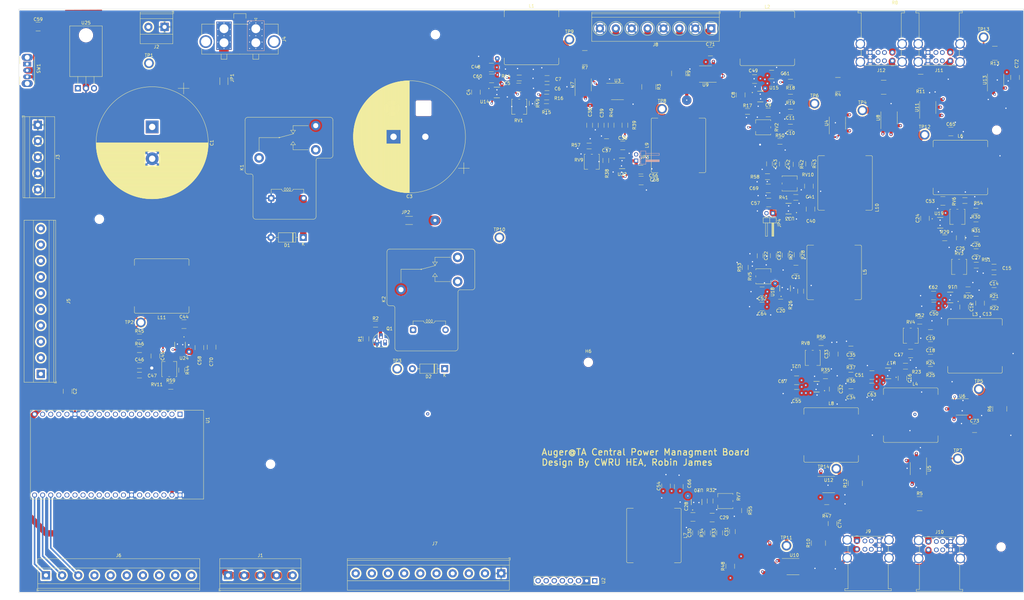
<source format=kicad_pcb>
(kicad_pcb (version 20240108) (generator "pcbnew") (generator_version "8.0")
  (layers (0 "F.Cu" power) (1 "In1.Cu" power) (2 "In2.Cu" power) (31 "B.Cu" power) (34 "B.Paste" user) (35 "F.Paste" user) (36 "B.SilkS" user "B.Silkscreen") (37 "F.SilkS" user "F.Silkscreen") (38 "B.Mask" user) (39 "F.Mask" user) (44 "Edge.Cuts" user))
  (net 0 "")
  (net 1 "/power_conversion/3v3")
  (net 2 "-BATT")
  (net 3 "/Regulator (Adjustable, 3A)10/V_out")
  (net 4 "+BATT")
  (net 5 "/power_conversion/N4")
  (net 6 "Net-(D1-K)")
  (net 7 "Net-(D2-A)")
  (net 8 "/power_conversion/N3")
  (net 9 "Net-(U14-Boot)")
  (net 10 "Net-(C4-Pad2)")
  (net 11 "/power_conversion/N1")
  (net 12 "Net-(C5-Pad1)")
  (net 13 "Net-(U15-Boot)")
  (net 14 "/power_conversion/N2")
  (net 15 "Net-(C8-Pad2)")
  (net 16 "Net-(C9-Pad1)")
  (net 17 "/power_conversion/netpw")
  (net 18 "Net-(U16-Boot)")
  (net 19 "Net-(C12-Pad2)")
  (net 20 "/power_conversion/pi3")
  (net 21 "Net-(C13-Pad1)")
  (net 22 "Net-(U17-Boot)")
  (net 23 "/power_conversion/pi2")
  (net 24 "Net-(C16-Pad2)")
  (net 25 "Net-(C17-Pad1)")
  (net 26 "/power_conversion/pi1")
  (net 27 "Net-(U18-Boot)")
  (net 28 "Net-(C20-Pad2)")
  (net 29 "/power_conversion/routerp")
  (net 30 "/power_conversion/spare1")
  (net 31 "/power_conversion/spare2")
  (net 32 "Net-(C21-Pad1)")
  (net 33 "Net-(U19-Boot)")
  (net 34 "Net-(C24-Pad2)")
  (net 35 "Net-(C25-Pad1)")
  (net 36 "Net-(U20-Boot)")
  (net 37 "Net-(C28-Pad2)")
  (net 38 "Net-(C29-Pad1)")
  (net 39 "Net-(U21-Boot)")
  (net 40 "Net-(C32-Pad2)")
  (net 41 "Net-(C33-Pad1)")
  (net 42 "Net-(U22-Boot)")
  (net 43 "Net-(C36-Pad2)")
  (net 44 "Net-(C37-Pad1)")
  (net 45 "Net-(U23-Boot)")
  (net 46 "Net-(C40-Pad2)")
  (net 47 "Net-(C41-Pad1)")
  (net 48 "Net-(U24-Boot)")
  (net 49 "Net-(C44-Pad2)")
  (net 50 "Net-(C45-Pad1)")
  (net 51 "+12C")
  (net 52 "Net-(J5-Pin_1)")
  (net 53 "Net-(J5-Pin_2)")
  (net 54 "Net-(J5-Pin_3)")
  (net 55 "Net-(J5-Pin_4)")
  (net 56 "Net-(J5-Pin_5)")
  (net 57 "Net-(J5-Pin_6)")
  (net 58 "Net-(J5-Pin_7)")
  (net 59 "Net-(J5-Pin_8)")
  (net 60 "Net-(J5-Pin_9)")
  (net 61 "Net-(J6-Pin_1)")
  (net 62 "Net-(J6-Pin_2)")
  (net 63 "Net-(J6-Pin_3)")
  (net 64 "Net-(J6-Pin_4)")
  (net 65 "Net-(J6-Pin_5)")
  (net 66 "Net-(J6-Pin_6)")
  (net 67 "Net-(J6-Pin_7)")
  (net 68 "Net-(J6-Pin_8)")
  (net 69 "Net-(J6-Pin_9)")
  (net 70 "/power_conversion/SCL")
  (net 71 "/power_conversion/SDA")
  (net 72 "Net-(J6-Pin_10)")
  (net 73 "Net-(J7-Pin_2)")
  (net 74 "Net-(J7-Pin_3)")
  (net 75 "Net-(J7-Pin_4)")
  (net 76 "Net-(J7-Pin_5)")
  (net 77 "/power_conversion/Regulator (Adjustable, 3A)/V_in")
  (net 78 "/power_conversion/Regulator (Adjustable, 3A)1/V_in")
  (net 80 "Net-(Q1-B)")
  (net 81 "Net-(J7-Pin_6)")
  (net 82 "/power_conversion/Buck in")
  (net 83 "/power_conversion/Regulator (Adjustable, 3A)5/V_out")
  (net 84 "/power_conversion/Regulator (Adjustable, 3A)6/V_out")
  (net 86 "/power_conversion/Regulator (Adjustable, 3A)4/V_out")
  (net 87 "/power_conversion/Regulator (Adjustable, 3A)7/V_out")
  (net 88 "/power_conversion/Regulator (Adjustable, 3A)3/V_out")
  (net 89 "/power_conversion/Regulator (Adjustable, 3A)8/V_out")
  (net 90 "/power_conversion/Regulator (Adjustable, 3A)2/V_out")
  (net 91 "/power_conversion/Regulator (Adjustable, 3A)9/V_out")
  (net 92 "/power_conversion/Regulator (Adjustable, 3A)/V_out")
  (net 93 "/power_conversion/Regulator (Adjustable, 3A)1/V_out")
  (net 95 "Net-(J7-Pin_7)")
  (net 96 "Net-(J7-Pin_8)")
  (net 97 "Net-(J7-Pin_9)")
  (net 98 "Net-(J7-Pin_10)")
  (net 115 "Net-(JP1-B)")
  (net 116 "Net-(U1-IO23)")
  (net 117 "Net-(U14-RT)")
  (net 118 "Net-(U14-FB)")
  (net 119 "Net-(U15-RT)")
  (net 120 "Net-(U15-FB)")
  (net 121 "Net-(U16-RT)")
  (net 122 "Net-(U16-FB)")
  (net 123 "Net-(U17-RT)")
  (net 124 "Net-(U17-FB)")
  (net 125 "Net-(U18-RT)")
  (net 126 "Net-(U18-FB)")
  (net 127 "Net-(U19-RT)")
  (net 128 "Net-(U19-FB)")
  (net 129 "Net-(U20-RT)")
  (net 130 "Net-(U20-FB)")
  (net 131 "Net-(U21-RT)")
  (net 132 "Net-(U21-FB)")
  (net 133 "Net-(U22-RT)")
  (net 134 "Net-(U22-FB)")
  (net 135 "Net-(U23-RT)")
  (net 136 "Net-(U23-FB)")
  (net 137 "Net-(U24-RT)")
  (net 138 "Net-(U24-FB)")
  (net 167 "Net-(R49-Pad1)")
  (net 168 "Net-(R50-Pad1)")
  (net 169 "Net-(R51-Pad1)")
  (net 170 "Net-(R52-Pad1)")
  (net 171 "Net-(R53-Pad1)")
  (net 172 "Net-(R54-Pad1)")
  (net 173 "Net-(R55-Pad1)")
  (net 174 "Net-(R56-Pad1)")
  (net 175 "Net-(R57-Pad1)")
  (net 176 "Net-(R58-Pad1)")
  (net 177 "Net-(R59-Pad1)")
  (footprint "Capacitor_SMD:C_1210_3225Metric_Pad1.33x2.70mm_HandSolder" (layer "F.Cu") (at 329.3625 147.2 180)
    (property "Reference" "C17")
    (property "Value" "33p")
  )
  (footprint "Resistor_SMD:R_1206_3216Metric_Pad1.30x1.75mm_HandSolder" (layer "F.Cu") (at 269.35 203.575 90)
    (property "Reference" "R33")
    (property "Value" "100k")
  )
  (footprint "Inductor_SMD:L_Bourns_SRP1770TA_16.9x16.9mm" (layer "F.Cu") (at 248.67 204.4 -90)
    (property "Reference" "L7")
    (property "Value" "5.6u")
  )
  (footprint "Inductor_SMD:L_Bourns_SRP1770TA_16.9x16.9mm" (layer "F.Cu") (at 210.24 47.89)
    (property "Reference" "L1")
    (property "Value" "5.6u")
  )
  (footprint "Resistor_SMD:R_1210_3225Metric_Pad1.30x2.65mm_HandSolder" (layer "F.Cu") (at 303 196.05 180)
    (property "Reference" "R47")
    (property "Value" "2.2k")
  )
  (footprint "Capacitor_SMD:C_1210_3225Metric_Pad1.33x2.70mm_HandSolder" (layer "F.Cu") (at 197.6 57.325 180)
    (property "Reference" "C48")
    (property "Value" "4.7u X7R")
  )
  (footprint "Capacitor_SMD:C_1210_3225Metric_Pad1.33x2.70mm_HandSolder" (layer "F.Cu") (at 55.16 44.49)
    (property "Reference" "C59")
    (property "Value" "10u")
  )
  (footprint "Package_SO:SOIC-8_3.9x4.9mm_P1.27mm" (layer "F.Cu") (at 331.8 183.4 -90)
    (property "Reference" "U5")
    (property "Value" "INA219AxD")
  )
  (footprint "Capacitor_SMD:C_1210_3225Metric_Pad1.33x2.70mm_HandSolder" (layer "F.Cu") (at 238.89 81.81)
    (property "Reference" "C36")
    (property "Value" "0.1u X7R")
  )
  (footprint "Resistor_SMD:R_1206_3216Metric_Pad1.30x1.75mm_HandSolder" (layer "F.Cu") (at 87 146)
    (property "Reference" "R46")
    (property "Value" "1k")
  )
  (footprint "Capacitor_SMD:C_1206_3216Metric_Pad1.33x1.80mm_HandSolder" (layer "F.Cu") (at 355.5625 123.4 180)
    (property "Reference" "C14")
    (property "Value" "33u")
  )
  (footprint "Capacitor_SMD:C_1210_3225Metric_Pad1.33x2.70mm_HandSolder" (layer "F.Cu") (at 282.69 127.67 180)
    (property "Reference" "C52")
    (property "Value" "4.7u X7R")
  )
  (footprint "LMR51:WSON_SDRRR_TEX-M" (layer "F.Cu") (at 262.099685 193.8736 90)
    (property "Reference" "U20")
    (property "Value" "LMR51450")
  )
  (footprint "LMR51:WSON_SDRRR_TEX-M" (layer "F.Cu") (at 338.662263 106.13)
    (property "Reference" "U19")
    (property "Value" "LMR51450")
  )
  (footprint "Connector_USB:USB_A_Wuerth_61400826021_Horizontal_Stacked" (layer "F.Cu") (at 323.635 55.23 180)
    (property "Reference" "J12")
    (property "Value" "USB_A_Stacked")
  )
  (footprint "Capacitor_SMD:C_1210_3225Metric_Pad1.33x2.70mm_HandSolder" (layer "F.Cu") (at 284.625 95.325 180)
    (property "Reference" "C69")
    (property "Value" "4.7u X7R")
  )
  (footprint "TestPoint:TestPoint_Plated_Hole_D2.0mm" (layer "F.Cu") (at 222.125 48.55)
    (property "Reference" "TP9")
    (property "Value" "TestPoint")
  )
  (footprint "TerminalBlock_Phoenix:TerminalBlock_Phoenix_MKDS-1,5-5-5.08_1x05_P5.08mm_Horizontal" (layer "F.Cu") (at 114.84 216.935)
    (property "Reference" "J1")
    (property "Value" "5v block")
  )
  (footprint "MountingHole:MountingHole_2.5mm" (layer "F.Cu") (at 356.4 77 90)
    (property "Reference" "H5" (hide yes))
    (property "Value" "MountingHole")
  )
  (footprint "Capacitor_SMD:C_1210_3225Metric_Pad1.33x2.70mm_HandSolder" (layer "F.Cu") (at 293.525 159.875 180)
    (property "Reference" "C55")
    (property "Value" "4.7u X7R")
  )
  (footprint "Resistor_SMD:R_1206_3216Metric_Pad1.30x1.75mm_HandSolder" (layer "F.Cu") (at 355.6 127.4 180)
    (property "Reference" "R21")
    (property "Value" "100k")
  )
  (footprint "Connector_PinSocket_2.54mm:PinSocket_1x08_P2.54mm_Vertical" (layer "F.Cu") (at 230.075 218.625 -90)
    (property "Reference" "U2")
    (property "Value" "MCP9808_MSOP")
  )
  (footprint "Resistor_SMD:R_1206_3216Metric_Pad1.30x1.75mm_HandSolder" (layer "F.Cu") (at 346.42 99.14)
    (property "Reference" "R54")
    (property "Value" "10k")
  )
  (footprint "Resistor_SMD:R_1206_3216Metric_Pad1.30x1.75mm_HandSolder" (layer "F.Cu") (at 235.23 75.47 -90)
    (property "Reference" "R40")
    (property "Value" "1k")
  )
  (footprint "Potentiometer_SMD:Potentiometer_Bourns_3314J_Vertical" (layer "F.Cu") (at 344.07 104.27)
    (property "Reference" "RV6")
    (property "Value" "25k")
  )
  (footprint "Capacitor_THT:CP_Radial_D35.0mm_P10.00mm_SnapIn" (layer "F.Cu") (at 176.85 79.1 180)
    (property "Reference" "C3")
    (property "Value" "680u")
  )
  (footprint "Relay_THT:Relay_SPDT_RAYEX-L90S" (layer "F.Cu") (at 133.5 100.94 90)
    (property "Reference" "K1")
    (property "Value" "J107F1CS203VDC.80")
  )
  (footprint "Capacitor_SMD:C_1206_3216Metric_Pad1.33x1.80mm_HandSolder" (layer "F.Cu") (at 349.94 115.24 180)
    (property "Reference" "C27")
    (property "Value" "33u")
  )
  (footprint "Potentiometer_SMD:Potentiometer_Bourns_3314J_Vertical" (layer "F.Cu") (at 291.33 93.78 90)
    (property "Reference" "RV10")
    (property "Value" "25k")
  )
  (footprint "Resistor_SMD:R_1206_3216Metric_Pad1.30x1.75mm_HandSolder" (layer "F.Cu") (at 228.325 82 180)
    (property "Reference" "R57")
    (property "Value" "10k")
  )
  (footprint "Resistor_SMD:R_1206_3216Metric_Pad1.30x1.75mm_HandSolder" (layer "F.Cu") (at 327.75 151.2)
    (property "Reference" "R23")
    (property "Value" "18.2k")
  )
  (footprint "Resistor_SMD:R_1206_3216Metric_Pad1.30x1.75mm_HandSolder" (layer "F.Cu") (at 96.85 157.53)
    (property "Reference" "R59")
    (property "Value" "10k")
  )
  (footprint "Resistor_SMD:R_1206_3216Metric_Pad1.30x1.75mm_HandSolder" (layer "F.Cu") (at 335.6 148.4 180)
    (property "Reference" "R24")
    (property "Value" "100k")
  )
  (footprint "TestPoint:TestPoint_Plated_Hole_D2.0mm" (layer "F.Cu") (at 87.45 137.46)
    (property "Reference" "TP2")
    (property "Value" "TestPoint")
  )
  (footprint "Resistor_SMD:R_1206_3216Metric_Pad1.30x1.75mm_HandSolder" (layer "F.Cu") (at 297.34 87.61 -90)
    (property "Reference" "R43")
    (property "Value" "1k")
  )
  (footprint "Package_SO:SOIC-8_3.9x4.9mm_P1.27mm" (layer "F.Cu") (at 345.6 164)
    (property "Reference" "U6")
    (property "Value" "INA219AxD")
  )
  (footprint "MountingHole:MountingHole_2.5mm" (layer "F.Cu") (at 74.4 105 90)
    (property "Reference" "H1" (hide yes))
    (property "Value" "MountingHole")
  )
  (footprint "Resistor_SMD:R_2816_7142Metric_Pad3.20x4.45mm_HandSolder" (layer "F.Cu") (at 247.1025 63.42 -90)
    (property "Reference" "R3")
    (property "Value" "0.1")
  )
  (footprint "Capacitor_SMD:C_1210_3225Metric_Pad1.33x2.70mm_HandSolder" (layer "F.Cu") (at 288.52 131.49 180)
    (property "Reference" "C20")
    (property "Value" "0.1u X7R")
  )
  (footprint "Resistor_SMD:R_1206_3216Metric_Pad1.30x1.75mm_HandSolder" (layer "F.Cu") (at 284.375 91.65 180)
    (property "Reference" "R58")
    (property "Value" "10k")
  )
  (footprint "Resistor_SMD:R_1206_3216Metric_Pad1.30x1.75mm_HandSolder" (layer "F.Cu") (at 289.95 116.33 -90)
    (property "Reference" "R27")
    (property "Value" "100k")
  )
  (footprint "Package_SO:SOIC-8_3.9x4.9mm_P1.27mm" (layer "F.Cu") (at 237.2325 64.87)
    (property "Reference" "U3")
    (property "Value" "INA219AxD")
  )
  (footprint "Resistor_SMD:R_1206_3216Metric_Pad1.30x1.75mm_HandSolder" (layer "F.Cu") (at 301.225 143.8)
    (property "Reference" "R56")
    (property "Value" "10k")
  )
  (footprint "Inductor_SMD:L_Bourns_SRP1770TA_16.9x16.9mm" (layer "F.Cu") (at 94 126 180)
    (property "Reference" "L11")
    (property "Value" "5.6u")
  )
  (footprint "TestPoint:TestPoint_Plated_Hole_D2.0mm" (layer "F.Cu") (at 251.2425 70.34)
    (property "Reference" "TP8")
    (property "Value" "TestPoint")
  )
  (footprint "Resistor_SMD:R_2816_7142Metric_Pad3.20x4.45mm_HandSolder" (layer "F.Cu") (at 256.4425 59.19 -90)
    (property "Reference" "R9")
    (property "Value" "0.1")
  )
  (footprint "Capacitor_SMD:C_1210_3225Metric_Pad1.33x2.70mm_HandSolder" (layer "F.Cu") (at 266.9875 198.775)
    (property "Reference" "C29")
    (property "Value" "33p")
  )
  (footprint "Capacitor_SMD:C_1210_3225Metric_Pad1.33x2.70mm_HandSolder" (layer "F.Cu") (at 64.44 159.09 -90)
    (property "Reference" "C2")
    (property "Value" "0.1")
  )
  (footprint "Resistor_SMD:R_1206_3216Metric_Pad1.30x1.75mm_HandSolder" (layer "F.Cu") (at 310.6 154 180)
    (property "Reference" "R36")
    (property "Value" "100k")
  )
  (footprint "Resistor_SMD:R_1206_3216Metric_Pad1.30x1.75mm_HandSolder" (layer "F.Cu") (at 206.3625 60.62)
    (property "Reference" "R14")
    (property "Value" "18.2k")
  )
  (footprint "Resistor_SMD:R_2816_7142Metric_Pad3.20x4.45mm_HandSolder" (layer "F.Cu") (at 332.52 61.68 180)
    (property "Reference" "R11")
    (property "Value" "0.1")
  )
  (footprint "Resistor_SMD:R_1206_3216Metric_Pad1.30x1.75mm_HandSolder" (layer "F.Cu") (at 233.58 86.55 90)
    (property "Reference" "R38")
    (property "Value" "18.2k")
  )
  (footprint "Capacitor_SMD:C_1206_3216Metric_Pad1.33x1.80mm_HandSolder" (layer "F.Cu") (at 355.5625 120.05 180)
    (property "Reference" "C15")
    (property "Value" "33u")
  )
  (footprint "Connector_Molex:Molex_Mini-Fit_Sr_42819-22XX_1x02_P10.00mm_Vertical_ThermalVias" (layer "F.Cu") (at 123.575 45.1425 -90)
    (property "Reference" "J4")
    (property "Value" "0ZCF0200AF2C")
  )
  (footprint "TerminalBlock_Phoenix:TerminalBlock_Phoenix_MKDS-1,5-10-5.08_1x10_P5.08mm_Horizontal" (layer "F.Cu") (at 57.615 216.935)
    (property "Reference" "J6")
    (property "Value" "Screw_Terminal_01x10")
  )
  (footprint "Capacitor_SMD:C_1210_3225Metric_Pad1.33x2.70mm_HandSolder" (layer "F.Cu") (at 105.83 145.36 90)
    (property "Reference" "C58")
    (property "Value" "4.7u X7R")
  )
  (footprint "Resistor_SMD:R_2816_7142Metric_Pad3.20x4.45mm_HandSolder" (layer "F.Cu") (at 312 188 90)
    (property "Reference" "R12")
    (property "Value" "0.1")
  )
  (footprint "Capacitor_SMD:C_1210_3225Metric_Pad1.33x2.70mm_HandSolder" (layer "F.Cu") (at 244.6725 92.86)
    (property "Reference" "C68")
    (property "Value" "4.7u X7R")
  )
  (footprint "LMR51:WSON_SDRRR_TEX-M" (layer "F.Cu") (at 322.2986 153.450315 180)
    (property "Reference" "U17")
    (property "Value" "LMR51450")
  )
  (footprint "Capacitor_SMD:C_1210_3225Metric_Pad1.33x2.70mm_HandSolder" (layer "F.Cu") (at 362.204 60.452 -90)
    (property "Reference" "C72")
    (property "Value" "10u")
  )
  (footprint "TestPoint:TestPoint_Plated_Hole_D2.0mm" (layer "F.Cu") (at 168 152)
    (property "Reference" "TP3")
    (property "Value" "TestPoint")
  )
  (footprint "TestPoint:TestPoint_Plated_Hole_D2.0mm" (layer "F.Cu") (at 333.775 78.475)
    (property "Reference" "TP12")
    (property "Value" "TestPoint")
  )
  (footprint "Capacitor_SMD:C_1210_3225Metric_Pad1.33x2.70mm_HandSolder" (layer "F.Cu") (at 206.2225 63.6)
    (property "Reference" "C5")
    (property "Value" "33p")
  )
  (footprint "Resistor_SMD:R_1206_3216Metric_Pad1.30x1.75mm_HandSolder" (layer "F.Cu") (at 158.2 142.6 90)
    (property "Reference" "R1")
    (property "Value" "1k")
  )
  (footprint "Inductor_SMD:L_Bourns_SRP1770TA_16.9x16.9mm" (layer "F.Cu") (at 304.4 172.8)
    (property "Reference" "L8")
    (property "Value" "5.6u")
  )
  (footprint "Resistor_SMD:R_1206_3216Metric_Pad1.30x1.75mm_HandSolder" (layer "F.Cu") (at 100.29 152.44 -90)
    (property "Reference" "R44")
    (property "Value" "18.2k")
  )
  (footprint "Inductor_SMD:L_Bourns_SRP1770TA_16.9x16.9mm" (layer "F.Cu") (at 349.6 144.8)
    (property "Reference" "L3")
    (property "Value" "5.6u")
  )
  (footprint "LMR51:WSON_SDRRR_TEX-M" (layer "F.Cu") (at 199.3239 65.180315)
    (property "Reference" "U14")
    (property "Value" "LMR51450")
  )
  (footprint "Resistor_SMD:R_1206_3216Metric_Pad1.30x1.75mm_HandSolder" (layer "F.Cu") (at 293.7 116.19 -90)
    (property "Reference" "R28")
    (property "Value" "1k")
  )
  (footprint "Resistor_SMD:R_1206_3216Metric_Pad1.30x1.75mm_HandSolder" (layer "F.Cu") (at 87 142)
    (property "Reference" "R45")
    (property "Value" "100k")
  )
  (footprint "Potentiometer_SMD:Potentiometer_Bourns_3314J_Vertical" (layer "F.Cu") (at 96.36 152.1 180)
    (property "Reference" "RV11")
    (property "Value" "25k")
  )
  (footprint "LMR51:WSON_SDRRR_TEX-M" (layer "F.Cu") (at 299.8 157.650315 180)
    (property "Reference" "U21")
    (property "Value" "LMR51450")
  )
  (footprint "LMR51:WSON_SDRRR_TEX-M" (layer "F.Cu") (at 290.99 101.69 180)
    (property "Reference" "U23")
    (property "Value" "LMR51450")
  )
  (footprint "Capacitor_SMD:C_1210_3225Metric_Pad1.33x2.70mm_HandSolder" (layer "F.Cu") (at 244.5725 89.435)
    (property "Reference" "C56")
    (property "Value" "4.7u X7R")
  )
  (footprint "Potentiometer_SMD:Potentiometer_Bourns_3314J_Vertical" (layer "F.Cu") (at 206.3525 69.65)
    (property "Reference" "RV1")
    (property "Value" "25k")
  )
  (footprint "Capacitor_SMD:C_1206_3216Metric_Pad1.33x1.80mm_HandSolder" (layer "F.Cu") (at 349.97 111.27 180)
    (property "Reference" "C26")
    (property "Value" "33u")
  )
  (footprint "Capacitor_SMD:C_1210_3225Metric_Pad1.33x2.70mm_HandSolder" (layer "F.Cu") (at 326.8 155 -90)
    (property "Reference" "C16")
    (property "Value" "0.1u X7R")
  )
  (footprint "Capacitor_SMD:C_1206_3216Metric_Pad1.33x1.80mm_HandSolder" (layer "F.Cu") (at 87 154)
    (property "Reference" "C47")
    (property "Value" "33u")
  )
  (footprint "Resistor_SMD:R_1206_3216Metric_Pad1.30x1.75mm_HandSolder" (layer "F.Cu") (at 294.81 127.63 90)
    (property "Reference" "R26")
    (property "Value" "18.2k")
  )
  (footprint "Capacitor_SMD:C_1206_3216Metric_Pad1.33x1.80mm_HandSolder" (layer "F.Cu") (at 291.5775 76.09 180)
    (property "Reference" "C10")
    (property "Value" "33u")
  )
  (footprint "Resistor_SMD:R_1210_3225Metric_Pad1.30x2.65mm_HandSolder" (layer "F.Cu") (at 272.675 214.075 90)
    (property "Reference" "R48")
    (property "Value" "2.2k")
  )
  (footprint "Capacitor_SMD:C_1210_3225Metric_Pad1.33x2.70mm_HandSolder" (layer "F.Cu") (at 275.96 65.95 90)
    (property "Reference" "C8")
    (property "Value" "0.1u X7R")
  )
  (footprint "Resistor_SMD:R_2816_7142Metric_Pad3.20x4.45mm_HandSolder" (layer "F.Cu") (at 306.51 62.67 180)
    (property "Reference" "R4")
    (property "Value" "0.1")
  )
  (footprint "Capacitor_SMD:C_1210_3225Metric_Pad1.33x2.70mm_HandSolder" (layer "F.Cu") (at 342 77.45)
    (property "Reference" "C65")
    (property "Value" "4.7u X7R")
  )
  (footprint "Inductor_SMD:L_Bourns_SRP1770TA_16.9x16.9mm" (layer "F.Cu") (at 345 88.75)
    (property "Reference" "L6")
    (property "Value" "5.6u")
  )
  (footprint "Resistor_SMD:R_1206_3216Metric_Pad1.30x1.75mm_HandSolder" (layer "F.Cu") (at 355.65 131.2 180)
    (property "Reference" "R22")
    (property "Value" "1k")
  )
  (footprint "Capacitor_SMD:C_1206_3216Metric_Pad1.33x1.80mm_HandSolder" (layer "F.Cu") (at 215.1025 60.77 180)
    (property "Reference" "C7")
    (property "Value" "33u")
  )
  (footprint "Potentiometer_SMD:Potentiometer_Bourns_3314J_Vertical" (layer "F.Cu") (at 329.4 141.6)
    (property "Reference" "RV4")
    (property "Value" "25k")
  )
  (footprint "Resistor_SMD:R_2816_7142Metric_Pad3.20x4.45mm_HandSolder" (layer "F.Cu") (at 355.83 52.86 180)
    (property "Reference" "R13")
    (property "Value" "0.1")
  )
  (footprint "Diode_THT:D_DO-41_SOD81_P10.16mm_Horizontal" (layer "F.Cu") (at 138.48 110.74 180)
    (property "Reference" "D1")
    (property "Value" "1N4007")
  )
  (footprint "Package_SO:SOIC-8_3.9x4.9mm_P1.27mm" (layer "F.Cu") (at 356.07 61.3 90)
    (property "Reference" "U13")
    (property "Value" "INA219AxD")
  )
  (footprint "TestPoint:TestPoint_Plated_Hole_D2.0mm" (layer "F.Cu") (at 314.22 70.8)
    (property "Reference" "TP4")
    (property "Value" "TestPoint")
  )
  (footprint "Resistor_SMD:R_1206_3216Metric_Pad1.30x1.75mm_HandSolder" (layer "F.Cu") (at 161.2 138)
    (property "Reference" "R2")
    (property "Value" "1k")
  )
  (footprint "Capacitor_SMD:C_1210_3225Metric_Pad1.33x2.70mm_HandSolder" (layer "F.Cu") (at 101 138)
    (property "Reference" "C44")
    (property "Value" "0.1u X7R")
  )
  (footprint "Capacitor_SMD:C_1210_3225Metric_Pad1.33x2.70mm_HandSolder" (layer "F.Cu") (at 233.8 81.1 180)
    (property "Reference" "C37")
    (property "Value" "33p")
  )
  (footprint "Diode_THT:D_DO-41_SOD81_P10.16mm_Horizontal" (layer "F.Cu") (at 182.93 151.99 180)
    (property "Reference" "D2")
    (property "Value" "1N4007")
  )
  (footprint "Package_SO:SOIC-8_3.9x4.9mm_P1.27mm" (layer "F.Cu") (at 303.6 188.4)
    (property "Reference" "U12")
    (property "Value" "INA219AxD")
  )
  (footprint "Resistor_SMD:R_2816_7142Metric_Pad3.20x4.45mm_HandSolder" (layer "F.Cu") (at 357.4 164.6 90)
    (property "Reference" "R6")
    (property "Value" "0.1")
  )
  (footprint "Resistor_SMD:R_1206_3216Metric_Pad1.30x1.75mm_HandSolder" (layer "F.Cu") (at 277.15 196.575 -90)
    (property "Reference" "R55")
    (property "Value" "10k")
  )
  (footprint "Resistor_SMD:R_1206_3216Metric_Pad1.30x1.75mm_HandSolder" (layer "F.Cu") (at 310.6 149.8 180)
    (property "Reference" "R37")
    (property "Value" "1k")
  )
  (footprint "Capacitor_SMD:C_1210_3225Metric_Pad1.33x2.70mm_HandSolder" (layer "F.Cu") (at 333.88 104.73 90)
    (property "Reference" "C24")
    (property "Value" "0.1u X7R")
  )
  (footprint "Resistor_SMD:R_1206_3216Metric_Pad1.30x1.75mm_HandSolder" (layer "F.Cu") (at 265.55 203.575 90)
    (property "Reference" "R34")
    (property "Value" "1k")
  )
  (footprint "MountingHole:MountingHole_2.5mm" (layer "F.Cu") (at 357.8 208 90)
    (property "Reference" "H4" (hide yes))
    (property "Value" "MountingHole")
  )
  (footprint "Package_TO_SOT_THT:TO-92_HandSolder" (layer "F.Cu") (at 161.66 143.4)
    (property "Reference" "Q1")
    (property "Value" "2N3904")
  )
  (footprint "Resistor_SMD:R_1206_3216Metric_Pad1.30x1.75mm_HandSolder" (layer "F.Cu") (at 340.09 110.86)
    (property "Reference" "R29")
    (property "Value" "18.2k")
  )
  (footprint "Capacitor_SMD:C_1206_3216Metric_Pad1.33x1.80mm_HandSolder" (layer "F.Cu") (at 273.35 203.175 90)
    (property "Reference" "C31")
    (property "Value" "33u")
  )
  (footprint "Resistor_SMD:R_1206_3216Metric_Pad1.30x1.75mm_HandSolder" (layer "F.Cu") (at 239.58 75.47 -90)
    (property "Reference" "R39")
    (property "Value" "100k")
  )
  (footprint "Capacitor_SMD:C_1210_3225Metric_Pad1.33x2.70mm_HandSolder" (layer "F.Cu") (at 282.66 132.42 180)
    (property "Reference" "C64")
    (property "Value" "4.7u X7R")
  )
  (footprint "Inductor_SMD:L_Bourns_SRP1770TA_16.9x16.9mm" (layer "F.Cu") (at 308.78 93.6 90)
    (property "Reference" "L10")
    (property "Value" "5.6u")
  )
  (footprint "Resistor_SMD:R_1206_3216Metric_Pad1.30x1.75mm_HandSolder" (layer "F.Cu") (at 277.38 120.16 90)
    (property "Reference" "R53")
    (property "Value" "10k")
  )
  (footprint "Capacitor_THT:CP_Radial_D35.0mm_P10.00mm_SnapIn" (layer "F.Cu") (at 91 76 -90)
    (property "Reference" "C1")
    (property "Value" "680u")
  )
  (footprint "Capacitor_SMD:C_1210_3225Metric_Pad1.33x2.70mm_HandSolder" (layer "F.Cu") (at 252.5 188.875 90)
    (property "Reference" "C54")
    (property "Value" "4.7u X7R")
  )
  (footprint "Capacitor_SMD:C_1206_3216Metric_Pad1.33x1.80mm_HandSolder" (layer "F.Cu") (at 289.05 87.67 -90)
    (property "Reference" "C42")
    (property "Value" "33u")
  )
  (footprint "Capacitor_SMD:C_1206_3216Metric_Pad1.33x1.80mm_HandSolder" (layer "F.Cu") (at 87 151)
    (property "Reference" "C46")
    (property "Value" "33u")
  )
  (footprint "Resistor_SMD:R_1206_3216Metric_Pad1.30x1.75mm_HandSolder" (layer "F.Cu") (at 266.35 193.575 90)
    (property "Reference" "R32")
    (property "Value" "18.2k")
  )
  (footprint "TestPoint:TestPoint_Plated_Hole_D2.0mm" (layer "F.Cu") (at 344.2 180.2)
    (property "Reference" "TP7")
    (property "Value" "TestPoint")
  )
  (footprint "Inductor_SMD:L_Bourns_SRP1770TA_16.9x16.9mm" (layer "F.Cu") (at 305.35 121.72 90)
    (property "Reference" "L5")
    (property "Value" "5.6u")
  )
  (footprint "Resistor_SMD:R_1206_3216Metric_Pad1.30x1.75mm_HandSolder" (layer "F.Cu") (at 350 119.45)
    (property "Reference" "R51")
    (property "Value" "10k")
  )
  (footprint "Resistor_SMD:R_1206_3216Metric_Pad1.30x1.75mm_HandSolder" (layer "F.Cu") (at 332.225 137.05)
    (property "Reference" "R52")
    (property "Value" "10k")
  )
  (footprint "Resistor_SMD:R_1206_3216Metric_Pad1.30x1.75mm_HandSolder" (layer "F.Cu") (at 210.4 68.575 -90)
    (property "Reference" "R49")
    (property "Value" "10k")
  )
  (footprint "Capacitor_SMD:C_1210_3225Metric_Pad1.33x2.70mm_HandSolder" (layer "F.Cu") (at 266.446 52.324)
    (property "Reference" "C71")
    (property "Value" "10u")
  )
  (footprint "Capacitor_SMD:C_1206_3216Metric_Pad1.33x1.80mm_HandSolder" (layer "F.Cu") (at 285 87.6025 -90)
    (property "Reference" "C43")
    (property "Value" "33u")
  )
  (footprint "Capacitor_SMD:C_1210_3225Metric_Pad1.33x2.70mm_HandSolder" (layer "F.Cu") (at 293.32 120.85 180)
    (property "Reference" "C21")
    (property "Value" "33p")
  )
  (footprint "Capacitor_SMD:C_1210_3225Metric_Pad1.33x2.70mm_HandSolder" (layer "F.Cu") (at 192.7425 65.0825 90)
    (property "Reference" "C4")
    (property "Value" "0.1u X7R")
  )
  (footprint "Capacitor_SMD:C_1206_3216Metric_Pad1.33x1.80mm_HandSolder" (layer "F.Cu") (at 232.1 75.4825 -90)
    (property "Reference" "C39")
    (property "Value" "33u")
  )
  (footprint "LMR51:WSON_SDRRR_TEX-M" (layer "F.Cu") (at 289.909685 126.7486 90)
    (property "Reference" "U18")
    (property "Value" "LMR51450")
  )
  (footprint "Resistor_SMD:R_1206_3216Metric_Pad1.30x1.75mm_HandSolder" (layer "F.Cu") (at 293.36 87.77 -90)
    (property "Reference" "R42")
    (property "Value" "100k")
  )
  (footprint "Capacitor_SMD:C_1210_3225Metric_Pad1.33x2.70mm_HandSolder" (layer "F.Cu") (at 285.675 59.55)
    (property "Reference" "C61")
    (property "Value" "4.7u X7R")
  )
  (footprint "libary:MODULE_ESP32-DEVKITC-32D" (layer "F.Cu") (at 80 179 -90)
    (property "Reference" "U1")
    (property "Value" "ESP32-DEVKITC-32D")
  )
  (footprint "Potentiometer_SMD:Potentiometer_Bourns_3314J_Vertical" (layer "F.Cu") (at 344.6 120)
    (property "Reference" "RV3")
    (property "Value" "25k")
  )
  (footprint "Capacitor_SMD:C_1206_3216Metric_Pad1.33x1.80mm_HandSolder" (layer "F.Cu") (at 228.48 75.4825 -90)
    (property "Reference" "C38")
    (property "Value" "33u")
  )
  (footprint "Capacitor_SMD:C_1210_3225Metric_Pad1.33x2.70mm_HandSolder" (layer "F.Cu") (at 92 148 -90)
    (property "Reference" "C45")
    (property "Value" "33p")
  )
  (footprint "TerminalBlock_Phoenix:TerminalBlock_Phoenix_MKDS-1,5-5-5.08_1x05_P5.08mm_Horizontal" (layer "F.Cu") (at 55.075 75.37 -90)
    (property "Reference" "J3")
    (property "Value" "gnd block")
  )
  (footprint "Potentiometer_SMD:Potentiometer_Bourns_3314J_Vertical" (layer "F.Cu") (at 283.1 122.97 90)
    (property "Reference" "RV5")
    (property "Value" "25k")
  )
  (footprint "LMR51:WSON_SDRRR_TEX-M" (layer "F.Cu") (at 238.6914 87.450315)
    (property "Reference" "U22")
    (property "Value" "LMR51450")
  )
  (footprint "Resistor_SMD:R_1206_3216Metric_Pad1.30x1.75mm_HandSolder" (layer "F.Cu") (at 335.6 152.2 180)
    (property "Reference" "R25")
    (property "Value" "1k")
  )
  (footprint "Capacitor_SMD:C_1210_3225Metric_Pad1.33x2.70mm_HandSolder" (layer "F.Cu") (at 297.39 94.63 -90)
    (property "Reference" "C41")
    (property "Value" "33p")
  )
  (footprint "TerminalBlock_Phoenix:TerminalBlock_Phoenix_MKDS-1,5-10-5.08_1x10_P5.08mm_Horizontal" (layer "F.Cu") (at 56 153.64 90)
    (property "Reference" "J5")
    (property "Value" "Screw_Terminal_01x10")
  )
  (footprint "Capacitor_SMD:C_1206_3216Metric_Pad1.33x1.80mm_HandSolder" (layer "F.Cu") (at 215.1025 63.68 180)
    (property "Reference" "C6")
    (property "Value" "33u")
  )
  (footprint "Capacitor_SMD:C_1210_3225Metric_Pad1.33x2.70mm_HandSolder" (layer "F.Cu") (at 336.575 129 180)
    (property "Reference" "C62")
    (property "Value" "4.7u X7R")
  )
  (footprint "Inductor_SMD:L_Bourns_SRP1770TA_16.9x16.9mm" (layer "F.Cu") (at 256.4 81.8 90)
    (property "Reference" "L9")
    (property "Value" "5.6u")
  )
  (footprint "Potentiometer_SMD:Potentiometer_Bourns_3314J_Vertical" (layer "F.Cu") (at 298.6 148.6)
    (property "Reference" "RV8")
    (property "Value" "25k")
  )
  (footprint "Connector_PinHeader_2.00mm:PinHeader_1x02_P2.00mm_Horizontal" (layer "F.Cu") (at 286.07 103.12 -90)
    (property "Reference" "JP4")
    (property "Value" "Jumper_2_Open")
  )
  (footprint "Capacitor_SMD:C_1206_3216Metric_Pad1.33x1.80mm_HandSolder" (layer "F.Cu") (at 282.07 116.51 -90)
    (property "Reference" "C22")
    (property "Value" "33u")
  )
  (footprint "cit:JUMPER_5102TR" (layer "F.Cu") (at 113.55 61.63 -90)
    (property "Reference" "JP1")
    (property "Value" "Jumper_2_Open")
  )
  (footprint "Capacitor_SMD:C_1206_3216Metric_Pad1.33x1.80mm_HandSolder" (layer "F.Cu") (at 261.75 203.575 90)
    (property "Reference" "C30")
    (property "Value" "33u")
  )
  (footprint "TerminalBlock_Phoenix:TerminalBlock_Phoenix_MKDS-1,5-2-5.08_1x02_P5.08mm_Horizontal" (layer "F.Cu") (at 94.9 44.575 180)
    (property "Reference" "J2")
    (property "Value" "Image shown is a representation only. Exact specifications should be obtained from the product data sheet.")
  )
  (footprint "Resistor_SMD:R_1206_3216Metric_Pad1.30x1.75mm_HandSolder" (layer "F.Cu") (at 291.59 66.625 180)
    (property "Reference" "R19")
    (property "Value" "1k")
  )
  (footprint "Capacitor_SMD:C_1210_3225Metric_Pad1.33x2.70mm_HandSolder" (layer "F.Cu") (at 256.5 189.05 90)
    (property "Reference" "C66")
    (property "Value" "4.7u X7R")
  )
  (footprint "Capacitor_SMD:C_1210_3225Metric_Pad1.33x2.70mm_HandSolder" (layer "F.Cu") (at 339.5 99.25 180)
    (property "Reference" "C53")
    (property "Value" "4.7u X7R")
  )
  (footprint "Package_SO:SOIC-8_3.9x4.9mm_P1.27mm" (layer "F.Cu") (at 334.75 69.9 90)
    (property "Reference" "U11")
    (property "Value" "INA219AxD")
  )
  (footprint "Resistor_SMD:R_1206_3216Metric_Pad1.30x1.75mm_HandSolder" (layer "F.Cu") (at 293.28 98.17)
    (property "Reference" "R41")
    (property "Value" "18.2k")
  )
  (footprint "Button_Switch_THT:SW_CuK_OS102011MA1QN1_SPDT_Angled" (layer "F.Cu") (at 51.725 56.25 -90)
    (property "Reference" "SW1")
    (property "Value" "SW_SPDT")
  )
  (footprint "TestPoint:TestPoint_Plated_Hole_D2.0mm" (layer "F.Cu") (at 352.29 47.81)
    (property "Reference" "TP13")
    (property "Value" "TestPoint")
  )
  (footprint "Capacitor_SMD:C_1210_3225Metric_Pad1.33x2.70mm_HandSolder" (layer "F.Cu") (at 305.2 147.4 90)
    (property "Reference" "C33")
    (property "Value" "33p")
  )
  (footprint "Potentiometer_SMD:Potentiometer_Bourns_3314J_Vertical" (layer "F.Cu") (at 229.18 86.95)
    (property "Reference" "RV9")
    (property "Value" "25k")
  )
  (footprint "Resistor_SMD:R_1206_3216Metric_Pad1.30x1.75mm_HandSolder" (layer "F.Cu") (at 214.9125 69.59 180)
    (property "Reference" "R15")
    (property "Value" "100k")
  )
  (footprint "Capacitor_SMD:C_1210_3225Metric_Pad1.33x2.70mm_HandSolder" (layer "F.Cu") (at 197.675 60.75 180)
    (property "Reference" "C60")
    (property "Value" "4.7u X7R")
  )
  (footprint "Capacitor_SMD:C_1210_3225Metric_Pad1.33x2.70mm_HandSolder" (layer "F.Cu") (at 349.4655 170.688)
    (property "Reference" "C73")
    (property "Value" "10u")
  )
  (footprint "Inductor_SMD:L_Bourns_SRP1770TA_16.9x16.9mm" (layer "F.Cu") (at 284.325 48.15)
    (property "Reference" "L2")
    (property "Value" "5.6u")
  )
  (footprint "Resistor_SMD:R_1206_3216Metric_Pad1.30x1.75mm_HandSolder" (layer "F.Cu") (at 288.3 80.55)
    (property "Reference" "R50")
    (property "Value" "10k")
  )
  (footprint "Relay_THT:Relay_SPDT_RAYEX-L90S" (layer "F.Cu") (at 178.1 142.34 90)
    (property "Reference" "K2")
    (property "Value" "J107F1CS203VDC.80")
  )
  (footprint "Package_SO:SOIC-8_3.9x4.9mm_P1.27mm" (layer "F.Cu") (at 306.35 74.8 90)
    (property "Reference" "U4")
    (property "Value" "INA219AxD")
  )
  (footprint "Resistor_SMD:R_1206_3216Metric_Pad1.30x1.75mm_HandSolder" (layer "F.Cu") (at 349.85 102.45 180)
    (property "Reference" "R30")
    (property "Value" "100k")
  )
  (footprint "Capacitor_SMD:C_1210_3225Metric_Pad1.33x2.70mm_HandSolder" (layer "F.Cu") (at 317.125 157.875 180)
    (property "Reference" "C63")
    (property "Value" "4.7u X7R")
  )
  (footprint "Capacitor_SMD:C_1210_3225Metric_Pad1.33x2.70mm_HandSolder" (layer "F.Cu") (at 305.2 158.4 -90)
    (property "Reference" "C32")
    (property "Value" "0.1u X7R")
  )
  (footprint "Package_SO:SOIC-8_3.9x4.9mm_P1.27mm" (layer "F.Cu") (at 264.8925 59.39 180)
    (property "Reference" "U9")
    (property "Value" "INA219AxD")
  )
  (footprint "MountingHole:MountingHole_2.5mm" (layer "F.Cu") (at 128.2 182 90)
    (property "Reference" "H3" (hide yes))
    (property "Value" "MountingHole")
  )
  (footprint "TestPoint:TestPoint_Plated_Hole_D2.0mm" (layer "F.Cu") (at 290.35 207.6)
    (property "Reference" "TP11")
    (property "Value" "TestPoint")
  )
  (footprint "Potentiometer_SMD:Potentiometer_Bourns_3314J_Vertical" (layer "F.Cu") (at 283.01 76.13 -90)
    (property "Reference" "RV2")
    (property "Value" "25k")
  )
  (footprint "Capacitor_SMD:C_1210_3225Metric_Pad1.33x2.70mm_HandSolder" (layer "F.Cu") (at 280.325 60.975 180)
    (property "Reference" "C49")
    (property "Value" "4.7u X7R")
  )
  (footprint "Connector_USB:USB_A_Wuerth_61400826021_Horizontal_Stacked" (layer "F.Cu") (at 341.825 55.23 180)
    (property "Reference" "J11")
    (property "Value" "USB_A_Stacked")
  )
  (footprint "Capacitor_SMD:C_1210_3225Metric_Pad1.33x2.70mm_HandSolder" (layer "F.Cu") (at 336.675 132.425 180)
    (property "Reference" "C50")
    (property "Value" "4.7u X7R")
  )
  (footprint "Package_SO:SOIC-8_3.9x4.9mm_P1.27mm" (layer "F.Cu") (at 226.4625 62.77 90)
    (property "Reference" "U7")
    (property "Value" "INA219AxD")
  )
  (footprint "TestPoint:TestPoint_Plated_Hole_D2.0mm" (layer "F.Cu") (at 200.14 110.74)
    (property "Reference" "TP10")
    (property "Value" "TestPoint")
  )
  (footprint "LMR51:WSON_SDRRR_TEX-M" (layer "F.Cu") (at 282.127737 66.46)
    (property "Reference" "U15")
    (property "Value" "LMR51450")
  )
  (footprint "Capacitor_SMD:C_1206_3216Metric_Pad1.33x1.80mm_HandSolder" (layer "F.Cu") (at 335.6 140.6 180)
    (property "Reference" "C19")
    (property "Value" "33u")
  )
  (footprint "Capacitor_SMD:C_1210_3225Metric_Pad1.33x2.70mm_HandSolder" (layer "F.Cu") (at 304.8 200.66 -90)
    (property "Reference" "C74")
    (property "Value" "10u")
  )
  (footprint "Package_SO:SOIC-8_3.9x4.9mm_P1.27mm" (layer "F.Cu") (at 322.59 73.15 90)
    (property "Reference" "U8")
    (property "Value" "INA219AxD")
  )
  (footprint "LMR51:WSON_SDRRR_TEX-M" (layer "F.Cu") (at 341.8 129.6 180)
    (property "Reference" "U16")
    (property "Value" "LMR51450")
  )
  (footprint "MountingHole:MountingHole_2.5mm" (layer "F.Cu") (at 228.08 150)
    (property "Reference" "H6")
    (property "Value" "MountingHole")
  )
  (footprint "Resistor_SMD:R_1206_3216Metric_Pad1.30x1.75mm_HandSolder" (layer "F.Cu") (at 291.59 61.93 180)
    (property "Reference" "R18")
    (property "Value" "100k")
  )
  (footprint "Resistor_SMD:R_1206_3216Metric_Pad1.30x1.75mm_HandSolder" (layer "F.Cu") (at 278.1 71.14)
    (property "Reference" "R17")
    (property "Value" "18.2k")
  )
  (footprint "Capacitor_SMD:C_1210_3225Metric_Pad1.33x2.70mm_HandSolder" (layer "F.Cu") (at 297.91 101.84 -90)
    (property "Reference" "C40")
    (property "Value" "0.1u X7R")
  )
  (footprint "Package_SO:SOIC-8_3.9x4.9mm_P1.27mm" (layer "F.Cu") (at 292.4 214.2)
    (property "Reference" "U10")
    (property "Value" "INA219AxD")
  )
  (footprint "Connector_USB:USB_A_Wuerth_61400826021_Horizontal_Stacked" (layer "F.Cu") (at 312.5 206.12)
    (property "Reference" "J9")
    (property "Value" "USB_A_Stacked")
  )
  (footprint "Resistor_SMD:R_1206_3216Metric_Pad1.30x1.75mm_HandSolder" (layer "F.Cu") (at 347.4 127.2)
    (property "Reference" "R20")
    (property "Value" "18.2k")
  )
  (footprint "Capacitor_SMD:C_1210_3225Metric_Pad1.33x2.70mm_HandSolder" (layer "F.Cu") (at 351.2 131.4 -90)
    (property "Reference" "C13")
    (property "Value" "33p")
  )
  (footprint "TestPoint:TestPoint_Plated_Hole_D2.0mm" (layer "F.Cu") (at 306 183.4)
    (property "Reference" "TP14")
    (property "Value" "TestPoint")
  )
  (footprint "Resistor_SMD:R_1206_3216Metric_Pad1.30x1.75mm_HandSolder" (layer "F.Cu") (at 302.6 154.2)
    (property "Reference" "R35")
    (property "Value" "18.2k")
  )
  (footprint "LMR51:WSON_SDRRR_TEX-M" (layer "F.Cu") (at 99.749685 144.4986 -90)
    (property "Reference" "U24")
    (property "Value" "LMR51450")
  )
  (footprint "TestPoint:TestPoint_Plated_Hole_D2.0mm" (layer "F.Cu") (at 350.8 158.4)
    (property "Reference" "TP5")
    (property "Value" "TestPoint")
  )
  (footprint "TestPoint:TestPoint_Plated_Hole_D2.0mm" (layer "F.Cu") (at 90 56)
    (property "Reference" "TP1")
    (property "Value" "TestPoint")
  )
  (footprint "Capacitor_SMD:C_1210_3225Metric_Pad1.33x2.70mm_HandSolder" (layer "F.Cu") (at 109.69 145.22 90)
    (property "Reference" "C70")
    (property "Value" "4.7u X7R")
  )
  (footprint "Capacitor_SMD:C_1206_3216Metric_Pad1.33x1.80mm_HandSolder" (layer "F.Cu") (at 310.6 145.8 180)
    (property "Reference" "C35")
    (property "Value" "33u")
  )
  (footprint "Capacitor_SMD:C_1206_3216Metric_Pad1.33x1.80mm_HandSolder" (layer "F.Cu") (at 291.5775 71.345 180)
    (property "Reference" "C11")
    (property "Value" "33u")
  )
  (footprint "Capacitor_SMD:C_1210_3225Metric_Pad1.33x2.70mm_HandSolder" (layer "F.Cu") (at 346.2 132.6 -90)
    (property "Reference" "C12")
    (property "Value" "0.1u X7R")
  )
  (footprint "Capacitor_SMD:C_1210_3225Metric_Pad1.33x2.70mm_HandSolder" (layer "F.Cu") (at 260.95 198.575 180)
    (property "Reference" "C28")
    (property "Value" "0.1u X7R")
  )
  (footprint "Capacitor_SMD:C_1206_3216Metric_Pad1.33x1.80mm_HandSolder" (layer "F.Cu") (at 310.6 159.2 180)
    (property "Reference" "C34")
    (property "Value" "33u")
  )
  (footprint "Package_TO_SOT_THT:TO-220-3_Horizontal_TabDown" (layer "F.Cu") (at 67.65 63.86)
    (property "Reference" "U25")
    (property "Value" "L7812")
  )
  (footprint "Capacitor_SMD:C_1210_3225Metric_Pad1.33x2.70mm_HandSolder" (layer "F.Cu") (at 317.2 154 180)
    (property "Reference" "C51")
    (property "Value" "4.7u X7R")
  )
  (footprint "Connector_USB:USB_A_Wuerth_61400826021_Horizontal_Stacked" (layer "F.Cu") (at 334.95 206.305)
    (property "Reference" "J10")
    (property "Value" "USB_A_Stacked")
  )
  (footprint "MountingHole:MountingHole_2.5mm" (layer "F.Cu") (at 180 47 90)
    (property "Reference" "H2" (hide yes))
    (property "Value" "MountingHole")
  )
  (footprint "Resistor_SMD:R_2816_7142Metric_Pad3.20x4.45mm_HandSolder" (layer "F.Cu") (at 332.2 194.4)
    (property "Reference" "R5")
    (property "Value" "0.1")
  )
  (footprint "Capacitor_SMD:C_1210_3225Metric_Pad1.33x2.70mm_HandSolder" (layer "F.Cu") (at 284.61 71.44)
    (property "Reference" "C9")
    (property "Value" "33p")
  )
  (footprint "Inductor_SMD:L_Bourns_SRP1770TA_16.9x16.9mm" (layer "F.Cu") (at 329.4 166.6)
    (property "Reference" "L4")
    (property "Value" "5.6u")
  )
  (footprint "TerminalBlock_Phoenix:TerminalBlock_Phoenix_PT-1,5-8-5.0-H_1x08_P5.00mm_Horizontal" (layer "F.Cu") (at 266.7025 45.06 180)
    (property "Reference" "J8")
    (property "Value" "Screw_Terminal_01x08")
  )
  (footprint "TestPoint:TestPoint_Plated_Hole_D2.0mm" (layer "F.Cu") (at 299.17 68.67)
    (property "Reference" "TP6")
    (property "Value" "TestPoint")
  )
  (footprint "Resistor_SMD:R_2816_7142Metric_Pad3.20x4.45mm_HandSolder" (layer "F.Cu") (at 300.4 206.8 90)
    (property "Reference" "R10")
    (property "Value" "0.1")
  )
  (footprint "Capacitor_SMD:C_1206_3216Metric_Pad1.33x1.80mm_HandSolder" (layer "F.Cu") (at 286.21 116.47 -90)
    (property "Reference" "C23")
    (property "Value" "33u")
  )
  (footprint "Resistor_SMD:R_2816_7142Metric_Pad3.20x4.45mm_HandSolder" (layer "F.Cu") (at 226.9725 54.21 180)
    (property "Reference" "R7")
    (property "Value" "0.1")
  )
  (footprint "Capacitor_SMD:C_1210_3225Metric_Pad1.33x2.70mm_HandSolder" (layer "F.Cu") (at 293.525 155.625 180)
    (property "Reference" "C67")
    (property "Value" "4.7u X7R")
  )
  (footprint "Capacitor_SMD:C_1210_3225Metric_Pad1.33x2.70mm_HandSolder" (layer "F.Cu") (at 345.12 110.86 -90)
    (property "Reference" "C25")
    (property "Value" "33p")
  )
  (footprint "Capacitor_SMD:C_1210_3225Metric_Pad1.33x2.70mm_HandSolder" (layer "F.Cu") (at 284.775 99.775 180)
    (property "Reference" "C57")
    (property "Value" "4.7u X7R")
  )
  (footprint "Resistor_SMD:R_2816_7142Metric_Pad3.20x4.45mm_HandSolder" (layer "F.Cu") (at 320.89 63.53 180)
    (property "Reference" "R8")
    (property "Value" "0.1")
  )
  (footprint "Resistor_SMD:R_1206_3216Metric_Pad1.30x1.75mm_HandSolder" (layer "F.Cu") (at 214.9925 66.61 180)
    (property "Reference" "R16")
    (property "Value" "1k")
  )
  (footprint "Capacitor_SMD:C_1206_3216Metric_Pad1.33x1.80mm_HandSolder" (layer "F.Cu") (at 335.6 144.4 180)
    (property "Reference" "C18")
    (property "Value" "33u")
  )
  (footprint "cit:JUMPER_5102TR" (layer "F.Cu") (at 171.74 105.4)
    (property "Reference" "JP2")
    (property "Value" "Jumper_2_Open")
  )
  (footprint "TerminalBlock_Phoenix:TerminalBlock_Phoenix_MKDS-1,5-10-5.08_1x10_P5.08mm_Horizontal" (layer "F.Cu") (at 200.68 216.325 180)
    (property "Reference" "J7")
    (property "Value" "Screw_Terminal_01x10")
  )
  (footprint "Potentiometer_SMD:Potentiometer_Bourns_3314J_Vertical" (layer "F.Cu") (at 271.15 193.575 -90)
    (property "Reference" "RV7")
    (property "Value" "25k")
  )
  (footprint "Resistor_SMD:R_1206_3216Metric_Pad1.30x1.75mm_HandSolder" (layer "F.Cu") (at 349.91 106.77 180)
    (property "Reference" "R31")
    (property "Value" "1k")
  )
  (footprint "Connector_PinHeader_2.00mm:PinHeader_1x02_P2.00mm_Horizontal" (layer "B.Cu") (at 243.09 86.64)
    (property "Reference" "JP3")
    (property "Value" "Jumper_2_Open")
  )
  (gr_rect (start 49.1108 38.97) (end 364.9472 222.37) (stroke (width 0.1)) (fill none) (layer "Edge.Cuts"))
  (gr_text "Auger@TA Central Power Managment Board\nDesign By CWRU HEA, Robin James" (at 213.2 182.6 0) (layer "F.SilkS") (effects (font (size 2 2) (thickness 0.3) (bold yes)) (justify left bottom)))
  (segment (start 289.925 212.295) (end 287.505 212.295) (width 1) (layer "F.Cu") (net 1))
  (segment (start 357.975 58.825) (end 359.575 58.825) (width 1) (layer "F.Cu") (net 1))
  (segment (start 237.851028 66.775) (end 239.7075 66.775) (width 0.5) (layer "F.Cu") (net 1))
  (segment (start 343.125 162.095) (end 343.2 160.8) (width 0.3) (layer "F.Cu") (net 1))
  (segment (start 320.685 78.115) (end 320.6 78.2) (width 1) (layer "F.Cu") (net 1))
  (segment (start 291.6 213.062918) (end 290.832082 212.295) (width 1) (layer "F.Cu") (net 1))
  (segment (start 359.6 58.8) (end 362.1145 58.8) (width 2) (layer "F.Cu") (net 1))
  (segment (start 339.375 67.425) (end 339.6 67.2) (width 1) (layer "F.Cu") (net 1))
  (segment (start 263.9175 57.485) (end 264.91625 58.48375) (width 0.5) (layer "F.Cu") (net 1))
  (segment (start 321.955 74.715) (end 321.955 75.625) (width 0.5) (layer "F.Cu") (net 1))
  (segment (start 262.4175 57.485) (end 263.9175 57.485) (width 0.5) (layer "F.Cu") (net 1))
  (segment (start 234.7575 64.235) (end 232.3075 64.235) (width 0.5) (layer "F.Cu") (net 1))
  (segment (start 320.685 75.625) (end 320.685 78.115) (width 1) (layer "F.Cu") (net 1))
  (segment (start 264.91625 58.48375) (end 265 58.4) (width 1) (layer "F.Cu") (net 1))
  (segment (start 230.2 62.1275) (end 228.3675 60.295) (width 0.5) (layer "F.Cu") (net 1))
  (segment (start 347.903 166.796) (end 348.075 166.624) (width 2) (layer "F.Cu") (net 1))
  (segment (start 348.075 167.125) (end 348 167.2) (width 0.3) (layer "F.Cu") (net 1))
  (segment (start 272.675 215.625) (end 272.725 217.75) (width 2) (layer "F.Cu") (net 1))
  (segment (start 348.075 166.624) (end 348.075 167.125) (width 0.3) (layer "F.Cu") (net 1))
  (segment (start 290.832082 212.295) (end 289.925 212.295) (width 1) (layer "F.Cu") (net 1))
  (segment (start 230.2725 62.2) (end 230.2 62.2) (width 0.5) (layer "F.Cu") (net 1))
  (segment (start 232.3075 64.235) (end 230.2725 62.2) (width 0.5) (layer "F.Cu") (net 1))
  (segment (start 306.075 190.305) (end 306.2 192.4) (width 1) (layer "F.Cu") (net 1))
  (segment (start 235.311028 64.235) (end 237.851028 66.775) (width 0.5) (layer "F.Cu") (net 1))
  (segment (start 336.655 67.978528) (end 334.115 70.518528) (width 0.5) (layer "F.Cu") (net 1))
  (segment (start 266.4575 60.025) (end 267.3675 60.025) (width 0.5) (layer "F.Cu") (net 1))
  (segment (start 287.505 212.295) (end 287.4 212.4) (width 1) (layer "F.Cu") (net 1))
  (segment (start 324.495 70.675) (end 324.495 72.175) (width 0.5) (layer "F.Cu") (net 1))
  (segment (start 334.115 70.518528) (end 334.115 72.375) (width 0.5) (layer "F.Cu") (net 1))
  (segment (start 320.685 75.625) (end 321.955 75.625) (width 1) (layer "F.Cu") (net 1))
  (segment (start 304.55 194.05) (end 306.2 192.4) (width 2) (layer "F.Cu") (net 1))
  (segment (start 347.903 170.688) (end 347.903 166.796) (width 2) (layer "F.Cu") (net 1))
  (segment (start 324.495 72.175) (end 321.955 74.715) (width 0.5) (layer "F.Cu") (net 1))
  (segment (start 304.55 196.05) (end 304.55 194.05) (width 2) (layer "F.Cu") (net 1))
  (segment (start 359.575 58.825) (end 359.6 58.8) (width 1) (layer "F.Cu") (net 1))
  (segment (start 265 58.4) (end 265 55.6) (width 1) (layer "F.Cu") (net 1))
  (segment (start 293.735 216.105) (end 291.6 213.97) (width 1) (layer "F.Cu") (net 1))
  (segment (start 329.895 188.305) (end 329.895 185.875) (width 1) (layer "F.Cu") (net 1))
  (segment (start 230.2 62.2) (end 230.2 62.1275) (width 0.5) (layer "F.Cu") (net 1))
  (segment (start 294.875 216.105) (end 293.735 216.105) (width 1) (layer "F.Cu") (net 1))
  (segment (start 304.55 196.05) (end 304.55 198.8475) (width 2) (layer "F.Cu") (net 1))
  (segment (start 291.6 213.97) (end 291.6 213.062918) (width 1) (layer "F.Cu") (net 1))
  (segment (start 308.255 72.325) (end 310.2 72.2) (width 1) (layer "F.Cu") (net 1))
  (segment (start 265 52.4405) (end 264.8835 52.324) (width 2) (layer "F.Cu") (net 1))
  (segment (start 329.8 188.4) (end 329.895 188.305) (width 1) (layer "F.Cu") (net 1))
  (segment (start 304.55 198.8475) (end 304.8 199.0975) (width 2) (layer "F.Cu") (net 1))
  (segment (start 348.075 165.905) (end 348.075 166.624) (width 0.3) (layer "F.Cu") (net 1))
  (segment (start 265 55.6) (end 265 52.4405) (width 2) (layer "F.Cu") (net 1))
  (segment (start 336.655 67.425) (end 339.375 67.425) (width 1) (layer "F.Cu") (net 1))
  (segment (start 362.1145 58.8) (end 362.204 58.8895) (width 2) (layer "F.Cu") (net 1))
  (segment (start 264.91625 58.48375) (end 266.4575 60.025) (width 0.5) (layer "F.Cu") (net 1))
  (via (at 310.2 72.2) (size 0.8) (drill 0.4) (layers "F.Cu" "B.Cu") (net 1))
  (via (at 230.2 62.2) (size 0.8) (drill 0.4) (layers "F.Cu" "B.Cu") (net 1))
  (via (at 306.2 192.4) (size 0.8) (drill 0.4) (layers "F.Cu" "B.Cu") (net 1))
  (via (at 272.725 217.75) (size 0.8) (drill 0.4) (layers "F.Cu" "B.Cu") (net 1))
  (via (at 329.8 188.4) (size 0.8) (drill 0.4) (layers "F.Cu" "B.Cu") (net 1))
  (via (at 343.2 160.8) (size 0.8) (drill 0.4) (layers "F.Cu" "B.Cu") (net 1))
  (via (at 320.6 78.2) (size 0.8) (drill 0.4) (layers "F.Cu" "B.Cu") (net 1))
  (via (at 287.4 212.4) (size 0.8) (drill 0.4) (layers "F.Cu" "B.Cu") (net 1))
  (via (at 348 167.2) (size 0.8) (drill 0.4) (layers "F.Cu" "B.Cu") (net 1))
  (via (at 177.59 166.18) (size 1) (drill 0.4) (layers "F.Cu" "B.Cu") (net 1))
  (via (at 265 55.6) (size 0.8) (drill 0.4) (layers "F.Cu" "B.Cu") (net 1))
  (via (at 359.6 58.8) (size 0.8) (drill 0.4) (layers "F.Cu" "B.Cu") (net 1))
  (via (at 330.708 166.34) (size 1) (drill 0.4) (layers "F.Cu" "B.Cu") (net 1))
  (via (at 339.6 67.2) (size 0.8) (drill 0.4) (layers "F.Cu" "B.Cu") (net 1))
  (segment (start 332.435 180.925) (end 332.435 183.365) (width 0.5) (layer "F.Cu") (net 2))
  (segment (start 305.665 214.835) (end 305.7 214.87) (width 1) (layer "F.Cu") (net 2))
  (segment (start 332.435 184.051472) (end 331.165 185.321472) (width 0.5) (layer "F.Cu") (net 2))
  (segment (start 238.467551 65.505) (end 235.927551 62.965) (width 0.5) (layer "F.Cu") (net 2))
  (segment (start 332.4 183.4) (end 332.435 183.435) (width 0.5) (layer "F.Cu") (net 2))
  (segment (start 323.225 70.675) (end 323.225 68.675) (width 0.5) (layer "F.Cu") (net 2))
  (segment (start 101.5 144.5) (end 100.67 144.5) (width 0.3) (layer "F.Cu") (net 2))
  (segment (start 103.399848 144.5) (end 103.096949 144.197101) (width 2) (layer "F.Cu") (net 2))
  (segment (start 262.8 190.32) (end 262.849874 190.369874) (width 0.3) (layer "F.Cu") (net 2))
  (segment (start 305.715 74.695) (end 305.72 74.69) (width 0.5) (layer "F.Cu") (net 2))
  (segment (start 354.165 63.775) (end 354.165 61.918528) (width 0.5) (layer "F.Cu") (net 2))
  (segment (start 290.67 125.99) (end 290.67 125.476285) (width 0.3) (layer "F.Cu") (net 2))
  (segment (start 160.91 144.15) (end 161.66 143.4) (width 1) (layer "F.Cu") (net 2))
  (segment (start 341.049811 128.849811) (end 341.8 129.6) (width 0.3) (layer "F.Cu") (net 2))
  (segment (start 101.5 144.5) (end 99.751085 144.5) (width 0.7) (layer "F.Cu") (net 2))
  (segment (start 339.82 106.88) (end 339.412263 106.88) (width 0.3) (layer "F.Cu") (net 2))
  (segment (start 105.83 143.7975) (end 105.4304 144.1971) (width 2) (layer "F.Cu") (net 2))
  (segment (start 322.2986 153.414652) (end 321.6072 152.723252) (width 0.3) (layer "F.Cu") (net 2))
  (segment (start 305.72 74.69) (end 305.715 74.685) (width 0.5) (layer "F.Cu") (net 2))
  (segment (start 299.205 214.835) (end 299.3 214.74) (width 1) (layer "F.Cu") (net 2))
  (segment (start 105.4304 144.1971) (end 102.5 144.1971) (width 2) (layer "F.Cu") (net 2))
  (segment (start 289.4914 100.939811) (end 290.935189 100.939811) (width 0.3) (layer "F.Cu") (net 2))
  (segment (start 305.715 77.275) (end 305.715 74.695) (width 0.5) (layer "F.Cu") (net 2))
  (segment (start 221.383972 63.421472) (end 223.041472 63.421472) (width 0.5) (layer "F.Cu") (net 2))
  (segment (start 102.5 144.5) (end 101.5 144.5) (width 0.7) (layer "F.Cu") (net 2))
  (segment (start 199.8082 65.7157) (end 200.0368 65.9443) (width 0.3) (layer "F.Cu") (net 2))
  (segment (start 335.385 67.425) (end 335.385 65.295) (width 0.5) (layer "F.Cu") (net 2))
  (segment (start 240.19 88.200504) (end 239.441589 88.200504) (width 0.3) (layer "F.Cu") (net 2))
  (segment (start 332.435 183.435) (end 332.435 184.051472) (width 0.5) (layer "F.Cu") (net 2))
  (segment (start 104.2575 143.6575) (end 104.25 143.65) (width 2) (layer "F.Cu") (net 2))
  (segment (start 227.0975 62.151472) (end 225.8275 63.421472) (width 0.5) (layer "F.Cu") (net 2))
  (segment (start 289.4914 100.939811) (end 288.069811 100.939811) (width 0.28) (layer "F.Cu") (net 2))
  (segment (start 305.715 74.148528) (end 306.985 72.878528) (width 0.5) (layer "F.Cu") (net 2))
  (segment (start 305.715 74.685) (end 305.715 74.148528) (width 0.5) (layer "F.Cu") (net 2))
  (segment (start 299.049811 156.900126) (end 298.3014 156.900126) (width 0.3) (layer "F.Cu") (net 2))
  (segment (start 262.849874 190.369874) (end 262.849874 192.375) (width 0.3) (layer "F.Cu") (net 2))
  (segment (start 109.69 143.6575) (end 104.2575 143.6575) (width 2) (layer "F.Cu") (net 2))
  (segment (start 305.7 214.87) (end 305.735 214.835) (width 1) (layer "F.Cu") (net 2))
  (segment (start 238.750315 87.450315) (end 239.2828 87.9828) (width 0.3) (layer "F.Cu") (net 2))
  (segment (start 221.3525 63.39) (end 221.383972 63.421472) (width 0.5) (layer "F.Cu") (net 2))
  (segment (start 354.165 61.918528) (end 356.705 59.378528) (width 0.5) (layer "F.Cu") (net 2))
  (segment (start 290.668285 125.99) (end 289.909685 126.7486) (width 0.3) (layer "F.Cu") (net 2))
  (segment (start 305.735 214.835) (end 306.045 214.835) (width 1) (layer "F.Cu") (net 2))
  (segment (start 70.19 57.9575) (end 70.19 63.86) (width 2) (layer "F.Cu") (net 2))
  (segment (start 260.955 58.755) (end 260 57.8) (width 1) (layer "F.Cu") (net 2))
  (segment (start 223.08 63.46) (end 223.118528 63.421472) (width 0.5) (layer "F.Cu") (net 2))
  (segment (start 306.045 214.835) (end 309.43 211.45) (width 1) (layer "F.Cu") (net 2))
  (segment (start 294.875 214.835) (end 299.205 214.835) (width 1) (layer "F.Cu") (net 2))
  (segment (start 262.4175 58.755) (end 260.955 58.755) (width 1) (layer "F.Cu") (net 2))
  (segment (start 262.099685 193.8736) (end 262.826873 193.146412) (width 0.3) (layer "F.Cu") (net 2))
  (segment (start 98.999496 145.213126) (end 98.999496 145.9972) (width 0.3) (layer "F.Cu") (net 2))
  (segment (start 299.3 214.74) (end 299.395 214.835) (width 1) (layer "F.Cu") (net 2))
  (segment (start 64.44 160.6525) (end 66.74 162.9525) (width 0.7) (layer "F.Cu") (net 2))
  (segment (start 346.392893 163.365) (end 347.662893 164.635) (width 0.3) (layer "F.Cu") (net 2))
  (segment (start 332.435 180.925) (end 333.705 180.925) (width 0.5) (layer "F.Cu") (net 2))
  (segment (start 342.217918 163.365) (end 340 161.147082) (width 1) (layer "F.Cu") (net 2))
  (segment (start 356.705 56.675) (end 356.73 56.65) (width 0.5) (layer "F.Cu") (net 2))
  (segment (start 99.712622 144.5) (end 98.999496 145.213126) (width 0.3) (layer "F.Cu") (net 2))
  (segment (start 306.075 189.035) (end 303.835 189.035) (width 1) (layer "F.Cu") (net 2))
  (segment (start 104.25 143.65) (end 103.4 144.5) (width 2) (layer "F.Cu") (net 2))
  (segment (start 343.125 163.365) (end 346.392893 163.365) (width 0.3) (layer "F.Cu") (net 2))
  (segment (start 335.385 65.295) (end 335.33 65.24) (width 0.5) (layer "F.Cu") (net 2))
  (segment (start 225.8275 63.421472) (end 225.8275 65.245) (width 0.5) (layer "F.Cu") (net 2))
  (segment (start 299.395 214.835) (end 305.665 214.835) (width 1) (layer "F.Cu") (net 2))
  (segment (start 239.441589 88.200504) (end 238.6914 87.450315) (width 0.3) (layer "F.Cu") (net 2))
  (segment (start 239.7075 65.505) (end 238.467551 65.505) (width 0.5) (layer "F.Cu") (net 2))
  (segment (start 223.041472 63.421472) (end 223.08 63.46) (width 0.5) (layer "F.Cu") (net 2))
  (segment (start 223.118528 63.421472) (end 225.8275 63.421472) (width 0.5) (layer "F.Cu") (net 2))
  (segment (start 343.125 163.365) (end 342.217918 163.365) (width 1) (layer "F.Cu") (net 2))
  (segment (start 322.2986 153.450315) (end 321.571411 152.723126) (width 0.3) (layer "F.Cu") (net 2))
  (segment (start 323.225 68.675) (end 323.23 68.67) (width 0.5) (layer "F.Cu") (net 2))
  (segment (start 234.7575 62.965) (end 234.7325 60.98) (width 0.5) (layer "F.Cu") (net 2))
  (segment (start 103.4 144.5) (end 103.399848 144.5) (width 2) (layer "F.Cu") (net 2))
  (segment (start 340.3014 128.849811) (end 341.049811 128.849811) (width 0.3) (layer "F.Cu") (net 2))
  (segment (start 235.927551 62.965) (end 234.7575 62.965) (width 0.5) (layer "F.Cu") (net 2))
  (segment (start 303.4 188.6) (end 303.835 189.035) (width 1) (layer "F.Cu") (net 2))
  (segment (start 339.412263 106.88) (end 338.662263 106.13) (width 0.3) (layer "F.Cu") (net 2))
  (segment (start 200.0725 65.94) (end 200.51541 65.94) (width 0.3) (layer "F.Cu") (net 2))
  (segment (start 332.435 183.365) (end 332.4 183.4) (width 0.5) (layer "F.Cu") (net 2))
  (segment (start 340 161.147082) (end 340 157.4) (width 1) (layer "F.Cu") (net 2))
  (segment (start 282.42 67.21) (end 283.59 67.21) (width 0.3) (layer "F.Cu") (net 2))
  (segment (start 321.571411 152.723126) (end 320.823 152.723126) (width 0.3) (layer "F.Cu") (net 2))
  (segment (start 56.7225 44.49) (end 70.19 57.9575) (width 2) (layer "F.Cu") (net 2))
  (segment (start 66.74 162.9525) (end 66.74 166.3) (width 0.7) (layer "F.Cu") (net 2))
  (segment (start 356.705 58.825) (end 356.705 56.675) (width 0.5) (layer "F.Cu") (net 2))
  (segment (start 262.826873 193.146412) (end 262.826873 192.398001) (width 0.3) (layer "F.Cu") (net 2))
  (segment (start 227.0975 60.295) (end 227.0975 62.151472) (width 0.5) (layer "F.Cu") (net 2))
  (segment (start 158.2 144.15) (end 160.91 144.15) (width 1) (layer "F.Cu") (net 2))
  (via (at 291.98 162.7) (size 0.8) (drill 0.4) (layers "F.Cu" "B.Cu") (net 2))
  (via (at 256.93 193.9) (size 0.8) (drill 0.4) (layers "F.Cu" "B.Cu") (net 2))
  (via (at 332.49 129.04) (size 0.8) (drill 0.4) (layers "F.Cu" "B.Cu") (net 2))
  (via (at 211.86 68.74) (size 0.8) (drill 0.4) (layers "F.Cu" "B.Cu") (net 2))
  (via (at 346.56 96.46) (size 0.8) (drill 0.4) (layers "F.Cu" "B.Cu") (net 2))
  (via (at 360.85 172.925) (size 0.8) (drill 0.4) (layers "F.Cu" "B.Cu") (net 2))
  (via (at 279.62 119.73) (size 0.8) (drill 0.4) (layers "F.Cu" "B.Cu") (net 2))
  (via (at 274.84 118.59) (size 0.8) (drill 0.4) (layers "F.Cu" "B.Cu") (net 2))
  (via (at 350.02 117.5) (size 0.8) (drill 0.4) (layers "F.Cu" "B.Cu") (net 2))
  (via (at 338.67 108.6) (size 0.8) (drill 0.4) (layers "F.Cu" "B.Cu") (net 2))
  (via (at 262.8 190.32) (size 0.8) (drill 0.4) (layers "F.Cu" "B.Cu") (net 2))
  (via (at 281.19 72.94) (size 0.8) (drill 0.4) (layers "F.Cu" "B.Cu") (net 2))
  (via (at 282.72 89.34) (size 0.8) (drill 0.4) (layers "F.Cu" "B.Cu") (net 2))
  (via (at 289.3 120.98) (size 0.8) (drill 0.4) (layers "F.Cu" "B.Cu") (net 2))
  (via (at 308.75 194.48) (size 0.8) (drill 0.4) (layers "F.Cu" "B.Cu") (net 2))
  (via (at 90.87 151.78) (size 2) (drill 1) (layers "F.Cu" "B.Cu") (net 2))
  (via (at 294.99 95.77) (size 0.8) (drill 0.4) (layers "F.Cu" "B.Cu") (net 2))
  (via (at 349.47 100.5) (size 0.8) (drill 0.4) (layers "F.Cu" "B.Cu") (net 2))
  (via (at 240.925 84.3) (size 0.8) (drill 0.4) (layers "F.Cu" "B.Cu") (net 2))
  (via (at 248.04 89.18) (size 0.8) (drill 0.4) (layers "F.Cu" "B.Cu") (net 2))
  (via (at 293.48 104.95) (size 0.8) (drill 0.4) (layers "F.Cu" "B.Cu") (net 2))
  (via (at 348.46 131.89) (size 0.8) (drill 0.4) (layers "F.Cu" "B.Cu") (net 2))
  (via (at 309 156.65) (size 0.8) (drill 0.4) (layers "F.Cu" "B.Cu") (net 2))
  (via (at 361.575 147.225) (size 0.8) (drill 0.4) (layers "F.Cu" "B.Cu") (net 2))
  (via (at 235.875 90.175) (size 0.8) (drill 0.4) (layers "F.Cu" "B.Cu") (net 2))
  (via (at 299.175 154.375) (size 0.8) (drill 0.4) (layers "F.Cu" "B.Cu") (net 2))
  (via (at 248.37 92.99) (size 0.8) (drill 0.4) (layers "F.Cu" "B.Cu") (net 2))
  (via (at 283.99 119.37) (size 0.8) (drill 0.4) (layers "F.Cu" "B.Cu") (net 2))
  (via (at 352.18 121.96) (size 0.8) (drill 0.4) (layers "F.Cu" "B.Cu") (net 2))
  (via (at 100.6 144.43) (size 0.8) (drill 0.4) (layers "F.Cu" "B.Cu") (net 2))
  (via (at 288.21 71.6) (size 0.8) (drill 0.4) (layers "F.Cu" "B.Cu") (net 2))
  (via (at 337.07 65.01) (size 0.8) (drill 0.4) (layers "F.Cu" "B.Cu") (net 2))
  (via (at 331.18 189.25) (size 0.8) (drill 0.4) (layers "F.Cu" "B.Cu") (net 2))
  (via (at 291.74 116.8) (size 0.8) (drill 0.4) (layers "F.Cu" "B.Cu") (net 2))
  (via (at 328.27 183.29) (size 0.8) (drill 0.4) (layers "F.Cu" "B.Cu") (net 2))
  (via (at 238.53 90.23) (size 0.8) (drill 0.4) (layers "F.Cu" "B.Cu") (net 2))
  (via (at 289.95 83.27) (size 0.8) (drill 0.4) (layers "F.Cu" "B.Cu") (net 2))
  (via (at 356.61 61.26) (size 0.8) (drill 0.4) (layers "F.Cu" "B.Cu") (net 2))
  (via (at 234.7325 60.98) (size 0.8) (drill 0.4) (layers "F.Cu" "B.Cu") (net 2))
  (via (at 231.425 86.9) (size 0.8) (drill 0.4) (layers "F.Cu" "B.Cu") (net 2))
  (via (at 193.7 60.9) (size 0.8) (drill 0.4) (layers "F.Cu" "B.Cu") (net 2))
  (via (at 268.13 189.87) (size 0.8) (drill 0.4) (layers "F.Cu" "B.Cu") (net 2))
  (via (at 342.03 133.27) (size 0.8) (drill 0.4) (layers "F.Cu" "B.Cu") (net 2))
  (via (at 291.05 100.825) (size 0.8) (drill 0.4) (layers "F.Cu" "B.Cu") (net 2))
  (via (at 224.73 82.76) (size 0.8) (drill 0.4) (layers "F.Cu" "B.Cu") (net 2))
  (via (at 357.45 85.08) (size 0.8) (drill 0.4) (layers "F.Cu" "B.Cu") (net 2))
  (via (at 346.71 110.83) (size 0.8) (drill 0.4) (layers "F.Cu" "B.Cu") (net 2))
  (via (at 350.35 121.4) (size 0.8) (drill 0.4) (layers "F.Cu" "B.Cu") (net 2))
  (via (at 289.31 159.8) (size 0.8) (drill 0.4) (layers "F.Cu" "B.Cu") (net 2))
  (via (at 281.12 93.24) (size 0.8) (drill 0.4) (layers "F.Cu" "B.Cu") (net 2))
  (via (at 210.7 60.73) (size 0.8) (drill 0.4) (layers "F.Cu" "B.Cu") (net 2))
  (via (at 290.05 78.02) (size 0.8) (drill 0.4) (layers "F.Cu" "B.Cu") (net 2))
  (via (at 342.35 108.95) (size 0.8) (drill 0.4) (layers "F.Cu" "B.Cu") (net 2))
  (via (at 338.625 106.95) (size 0.8) (drill 0.4) (layers "F.Cu" "B.Cu") (net 2))
  (via (at 331.09 151.65) (size 0.8) (drill 0.4) (layers "F.Cu" "B.Cu") (net 2))
  (via (at 351.675 166.7) (size 0.8) (drill 0.4) (layers "F.Cu" "B.Cu") (net 2))
  (via (at 360.04 61.56) (size 0.8) (drill 0.4) (layers "F.Cu" "B.Cu") (net 2))
  (via (at 299.3 214.74) (size 0.8) (drill 0.4) (layers "F.Cu" "B.Cu") (net 2))
  (via (at 304.45 152.05) (size 0.8) (drill 0.4) (layers "F.Cu" "B.Cu") (net 2))
  (via (at 286.95 89.11) (size 0.8) (drill 0.4) (layers "F.Cu" "B.Cu") (net 2))
  (via (at 338.1 96.4) (size 0.8) (drill 0.4) (layers "F.Cu" "B.Cu") (net 2))
  (via (at 359.32 70.13) (size 0.8) (drill 0.4) (layers "F.Cu" "B.Cu") (net 2))
  (via (at 283.9 97.55) (size 0.8) (drill 0.4) (layers "F.Cu" "B.Cu") (net 2))
  (via (at 348.92 124.91) (size 0.8) (drill 0.4) (layers "F.Cu" "B.Cu") (net 2))
  (via (at 252.47 185.27) (size 0.8) (drill 0.4) (layers "F.Cu" "B.Cu") (net 2))
  (via (at 309.2 143.36) (size 0.8) (drill 0.4) (layers "F.Cu" "B.Cu") (net 2))
  (via (at 223.08 63.46) (size 0.8) (drill 0.4) (layers "F.Cu" "B.Cu") (net 2))
  (via (at 350.89 127.3) (size 0.8) (drill 0.4) (layers "F.Cu" "B.Cu") (net 2))
  (via (at 282.225 67.2) (size 0.8) (drill 0.4) (layers "F.Cu" "B.Cu") (net 2))
  (via (at 345.725 114.85) (size 0.8) (drill 0.4) (layers "F.Cu" "B.Cu") (net 2))
  (via (at 348.38 113.24) (size 0.8) (drill 0.4) (layers "F.Cu" "B.Cu") (net 2))
  (via (at 193.39 57.15) (size 0.8) (drill 0.4) (layers "F.Cu" "B.Cu") (net 2))
  (via (at 317.35 172.875) (size 0.8) (drill 0.4) (layers "F.Cu" "B.Cu") (net 2))
  (via (at 345.35 169.225) (size 0.8) (drill 0.4) (layers "F.Cu" "B.Cu") (net 2))
  (via (at 278.74 132.49) (size 0.8) (drill 0.4) (layers "F.Cu" "B.Cu") (net 2))
  (via (at 246.33 95.84) (size 0.8) (drill 0.4) (layers "F.Cu" "B.Cu") (net 2))
  (via (at 193.6 53.825) (size 2) (drill 0.4) (layers "F.Cu" "B.Cu") (net 2))
  (via (at 286.43 61.98) (size 0.8) (drill 0.4) (layers "F.Cu" "B.Cu") (net 2))
  (via (at 299.95 160.275) (size 0.8) (drill 0.4) (layers "F.Cu" "B.Cu") (net 2))
  (via (at 348.25 104.6) (size 0.8) (drill 0.4) (layers "F.Cu" "B.Cu") (net 2))
  (via (at 280.1 58.44) (size 0.8) (drill 0.4) (layers "F.Cu" "B.Cu") (net 2))
  (via (at 210.86 63.87) (size 0.8) (drill 0.4) (layers "F.Cu" "B.Cu") (net 2))
  (via (at 290.74 126.98) (size 0.8) (drill 0.4) (layers "F.Cu" "B.Cu") (net 2))
  (via (at 345.81 161.99) (size 0.8) (drill 0.4) (layers "F.Cu" "B.Cu") (net 2))
  (via (at 308.71 191.62) (size 0.8) (drill 0.4) (layers "F.Cu" "B.Cu") (net 2))
  (via (at 281.21 102.42) (size 0.8) (drill 0.4) (layers "F.Cu" "B.Cu") (net 2))
  (via (at 288.02 116.62) (size 0.8) (drill 0.4) (layers "F.Cu" "B.Cu") (net 2))
  (via (at 305.72 74.69) (size 0.8) (drill 0.4) (layers "F.Cu" "B.Cu") (net 2))
  (via (at 277.78 73.04) (size 0.8) (drill 0.4) (layers "F.Cu" "B.Cu") (net 2))
  (via (at 208.48 69.66) (size 0.8) (drill 0.4) (layers "F.Cu" "B.Cu") (net 2))
  (via (at 335.38 126.29) (size 0.8) (drill 0.4) (layers "F.Cu" "B.Cu") (net 2))
  (via (at 317.35 161.775) (size 0.8) (drill 0.4) (layers "F.Cu" "B.Cu") (net 2))
  (via (at 351.21 135.66) (size 0.8) (drill 0.4) (layers "F.Cu" "B.Cu") (net 2))
  (via (at 290.85 104.59) (size 0.8) (drill 0.4) (layers "F.Cu" "B.Cu") (net 2))
  (via (at 280.18 60.87) (size 0.8) (drill 0.4) (layers "F.Cu" "B.Cu") (net 2))
  (via (at 296.2 117.39) (size 0.8) (drill 0.4) (layers "F.Cu" "B.Cu") (net 2))
  (via (at 268.41 196.28) (size 0.8) (drill 0.4) (layers "F.Cu" "B.Cu") (net 2))
  (via (at 282.05 81.575) (size 2) (drill 0.6) (layers "F.Cu" "B.Cu") (net 2))
  (via (at 353.625 117.25) (size 0.8) (drill 0.4) (layers "F.Cu" "B.Cu") (net 2))
  (via (at 329.46 155.63) (size 0.8) (drill 0.4) (layers "F.Cu" "B.Cu") (net 2))
  (via (at 280.51 63.3) (size 0.8) (drill 0.4) (layers "F.Cu" "B.Cu") (net 2))
  (via (at 342.4 156.075) (size 0.8) (drill 0.4) (layers "F.Cu" "B.Cu") (net 2))
  (via (at 202.62 66.59) (size 0.8) (drill 0.4) (layers "F.Cu" "B.Cu") (net 2))
  (via (at 238.4975 88.26) (size 0.8) (drill 0.4) (layers "F.Cu" "B.Cu") (net 2))
  (via (at 290.95 102.425) (size 0.8) (drill 0.4) (layers "F.Cu" "B.Cu") (net 2))
  (via (at 238.6725 86.61) (size 0.8) (drill 0.4) (layers "F.Cu" "B.Cu") (net 2))
  (via (at 304.61 143.73) (size 0.8) (drill 0.4) (layers "F.Cu" "B.Cu") (net 2))
  (via (at 343.46 114.95) (size 0.8) (drill 0.4) (layers "F.Cu" "B.Cu") (net 2))
  (via (at 281.44 97.6) (size 0.8) (drill 0.4) (layers "F.Cu" "B.Cu") (net 2))
  (via (at 332.43 176.79) (size 0.8) (drill 0.4) (layers "F.Cu" "B.Cu") (net 2))
  (via (at 261.19 194.01) (size 0.8) (drill 0.4) (layers "F.Cu" "B.Cu") (net 2))
  (via (at 289.31 59.32) (size 0.8) (drill 0.4) (layers "F.Cu" "B.Cu") (net 2))
  (via (at 337.85 101.7) (size 0.8) (drill 0.4) (layers "F.Cu" "B.Cu") (net 2))
  (via (at 325.79 147.76) (size 0.8) (drill 0.4) (layers "F.Cu" "B.Cu") (net 2))
  (via (at 348.92 129.24) (size 0.8) (drill 0.4) (layers "F.Cu" "B.Cu") (net 2))
  (via (at 329.15 171.45) (size 0.8) (drill 0.4) (layers "F.Cu" "B.Cu") (net 2))
  (via (at 300.1 156.875) (size 0.8) (drill 0.4) (layers "F.Cu" "B.Cu") (net 2))
  (via (at 262.84 194.06) (size 0.8) (drill 0.4) (layers "F.Cu" "B.Cu") (net 2))
  (via (at 289.71 155.51) (size 0.8) (drill 0.4) (layers "F.Cu" "B.Cu") (net 2))
  (via (at 322.65 152.55) (size 0.8) (drill 0.4) (layers "F.Cu" "B.Cu") (net 2))
  (via (at 353.77 67.38) (size 0.8) (drill 0.4) (layers "F.Cu" "B.Cu") (net 2))
  (via (at 204.01 69.59) (size 0.8) (drill 0.4) (layers "F.Cu" "B.Cu") (net 2))
  (via (at 225.78 84.5) (size 0.8) (drill 0.4) (layers "F.Cu" "B.Cu") (net 2))
  (via (at 294.3 100.03) (size 0.8) (drill 0.4) (layers "F.Cu" "B.Cu") (net 2))
  (via (at 341.2 61.01) (size 0.8) (drill 0.4) (layers "F.Cu" "B.Cu") (net 2))
  (via (at 297.28 98.19) (size 0.8) (drill 0.4) (layers "F.Cu" "B.Cu") (net 2))
  (via (at 228.67 79.72) (size 1.5) (drill 0.4) (layers "F.Cu" "B.Cu") (net 2))
  (via (at 336.07 136.94) (size 0.8) (drill 0.4) (layers "F.Cu" "B.Cu") (net 2))
  (via (at 301.08 96.23) (size 0.8) (drill 0.4) (layers "F.Cu" "B.Cu") (net 2))
  (via (at 332.54 142.41) (size 0.8) (drill 0.4) (layers "F.Cu" "B.Cu") (net 2))
  (via (at 341.47 113.86) (size 1.3) (drill 0.4) (layers "F.Cu" "B.Cu") (net 2))
  (via (at 309.025 161.8) (size 0.8) (drill 0.4) (layers "F.Cu" "B.Cu") (net 2))
  (via (at 323.23 68.67) (size 0.8) (drill 0.4) (layers "F.Cu" "B.Cu") (net 2))
  (via (at 233.81 83.25) (size 0.8) (drill 0.4) (layers "F.Cu" "B.Cu") (net 2))
  (via (at 102.5 144.5) (size 1.3) (drill 0.5) (layers "F.Cu" "B.Cu") (net 2))
  (via (at 349.52 97.93) (size 0.8) (drill 0.4) (layers "F.Cu" "B.Cu") (net 2))
  (via (at 273.95 198.375) (size 2) (drill 0.4) (layers "F.Cu" "B.Cu") (net 2))
  (via (at 199.35 64.35) (size 0.8) (drill 0.4) (layers "F.Cu" "B.Cu") (net 2))
  (via (at 306.3 154.22) (size 0.8) (drill 0.4) (layers "F.Cu" "B.Cu") (net 2))
  (via (at 242.14 68.85) (size 0.8) (drill 0.4) (layers "F.Cu" "B.Cu") (net 2))
  (via (at 214.83 71.97) (size 0.8) (drill 0.4) (layers "F.Cu" "B.Cu") (net 2))
  (via (at 284.31 93.18) (size 0.8) (drill 0.4) (layers "F.Cu" "B.Cu") (net 2))
  (via (at 281.13 129.96) (size 0.8) (drill 0.4) (layers "F.Cu" "B.Cu") (net 2))
  (via (at 292.61 126.62) (size 0.8) (drill 0.4) (layers "F.Cu" "B.Cu") (net 2))
  (via (at 260 57.8) (size 0.8) (drill 0.4) (layers "F.Cu" "B.Cu") (net 2))
  (via (at 341.65 130.35) (size 0.8) (drill 0.4) (layers "F.Cu" "B.Cu") (net 2))
  (via (at 98.94 144.26) (size 0.8) (drill 0.4) (layers "F.Cu" "B.Cu") (net 2))
  (via (at 345.93 77.48) (size 0.8) (drill 0.4) (layers "F.Cu" "B.Cu") (net 2))
  (via (at 279.2 127.77) (size 0.8) (drill 0.4) (layers "F.Cu" "B.Cu") (net 2))
  (via (at 287.25 57.29) (size 0.8) (drill 0.4) (layers "F.Cu" "B.Cu") (net 2))
  (via (at 281.13 135.11) (size 0.8) (drill 0.4) (layers "F.Cu" "B.Cu") (net 2))
  (via (at 199.325 65.85) (size 0.8) (drill 0.4) (layers "F.Cu" "B.Cu") (net 2))
  (via (at 284.11 116.65) (size 0.8) (drill 0.4) (layers "F.Cu" "B.Cu") (net 2))
  (via (at 205.83 57.66) (size 0.8) (drill 0.4) (layers "F.Cu" "B.Cu") (net 2))
  (via (at 306.275 163.1) (size 0.8) (drill 0.4) (layers "F.Cu" "B.Cu") (net 2))
  (via (at 305.7 214.87) (size 0.8) (drill 0.4) (layers "F.Cu" "B.Cu") (net 2))
  (via (at 331.93 134.85) (size 0.8) (drill 0.4) (layers "F.Cu" "B.Cu") (net 2))
  (via (at 290.05 68.94) (size 0.8) (drill 0.4) (layers "F.Cu" "B.Cu") (net 2))
  (via (at 345.58 165.21) (size 0.8) (drill 0.4) (layers "F.Cu" "B.Cu") (net 2))
  (via (at 306.14 143.64) (size 0.8) (drill 0.4) (layers "F.Cu" "B.Cu") (net 2))
  (via (at 232.2 78.86) (size 0.8) (drill 0.4) (layers "F.Cu" "B.Cu") (net 2))
  (via (at 332.825 159.325) (size 0.8) (drill 0.4) (layers "F.Cu" "B.Cu") (net 2))
  (via (at 303.4 188.6) (size 0.8) (drill 0.4) (layers "F.Cu" "B.Cu") (net 2))
  (via (at 213.45 57.42) (size 0.8) (drill 0.4) (layers "F.Cu" "B.Cu") (net 2))
  (via (at 324.11 150.19) (size 0.8) (drill 0.4) (layers "F.Cu" "B.Cu") (net 2))
  (via (at 202.03 57.82) (size 0.8) (drill 0.4) (layers "F.Cu" "B.Cu") (net 2))
  (via (at 289.82 73.53) (size 0.8) (drill 0.4) (layers "F.Cu" "B.Cu") (net 2))
  (via (at 210.53 68.71) (size 0.8) (drill 0.4) (layers "F.Cu" "B.Cu") (net 2))
  (via (at 341.95 128.9) (size 0.8) (drill 0.4) (layers "F.Cu" "B.Cu") (net 2))
  (via (at 298.12 125.83) (size 0.8) (drill 0.4) (layers "F.Cu" "B.Cu") (net 2))
  (via (at 230.27 76.92) (size 0.8) (drill 0.4) (layers "F.Cu" "B.Cu") (net 2))
  (via (at 322.15 154.225) (size 0.8) (drill 0.4) (layers "F.Cu" "B.Cu") (net 2))
  (via (at 221.3525 63.39) (size 0.8) (drill 0.4) (layers "F.Cu" "B.Cu") (net 2))
  (via (at 339.05 136.12) (size 0.8) (drill 0.4) (layers "F.Cu" "B.Cu") (net 2))
  (via (at 285.38 135.09) (size 0.8) (drill 0.4) (layers "F.Cu" "B.Cu") (net 2))
  (via (at 332.4 183.4) (size 0.8) (drill 0.4) (layers "F.Cu" "B.Cu") (net 2))
  (via (at 278.86 115.86) (size 1.5) (drill 0.4) (layers "F.Cu" "B.Cu") (net 2))
  (via (at 246.35 85.6) (size 0.8) (drill 0.4) (layers "F.Cu" "B.Cu") (net 2))
  (via (at 345.47 79.42) (size 0.8) (drill 0.4) (layers "F.Cu" "B.Cu") (net 2))
  (via (at 293.23 123.67) (size 0.8) (drill 0.4) (layers "F.Cu" "B.Cu") (net 2))
  (via (at 343.43 74.55) (size 0.8) (drill 0.4) (layers "F.Cu" "B.Cu") (net 2))
  (via (at 315.68 160.97) (size 0.8) (drill 0.4) (layers "F.Cu" "B.Cu") (net 2))
  (via (at 356.73 56.65) (size 0.8) (drill 0.4) (layers "F.Cu" "B.Cu") (net 2))
  (via (at 282.1 65.7) (size 0.8) (drill 0.4) (layers "F.Cu" "B.Cu") (net 2))
  (via (at 251.14 192.61) (size 0.8) (drill 0.4) (layers "F.Cu" "B.Cu") (net 2))
  (via (at 281.46 69.5) (size 0.8) (drill 0.4) (layers "F.Cu" "B.Cu") (net 2))
  (via (at 335.33 65.24) (size 0.8) (drill 0.4) (layers "F.Cu" "B.Cu") (net 2))
  (via (at 283.43 125.01) (size 0.8) (drill 0.4) (layers "F.Cu" "B.Cu") (net 2))
  (via (at 291.92 152.39) (size 0.8) (drill 0.4) (layers "F.Cu" "B.Cu") (net 2))
  (via (at 291.18 89.21) (size 0.8) (drill 0.4) (layers "F.Cu" "B.Cu") (net 2))
  (via (at 289.02 126.49) (size 0.8) (drill 0.4) (layers "F.Cu" "B.Cu") (net 2))
  (via (at 299.65 158.5) (size 0.8) (drill 0.4) (layers "F.Cu" "B.Cu") (net 2))
  (via (at 292.09 131.94) (size 0.8) (drill 0.4) (layers "F.Cu" "B.Cu") (net 2))
  (via (at 332.85 132.35) (size 0.8) (drill 0.4) (layers "F.Cu" "B.Cu") (net 2))
  (via (at 315.78 151) (size 0.8) (drill 0.4) (layers "F.Cu" "B.Cu") (net 2))
  (via (at 279.66 118.36) (size 0.8) (drill 0.4) (layers "F.Cu" "B.Cu") (net 2))
  (via (at 349.225 108.75) (size 0.8) (drill 0.4) (layers "F.Cu" "B.Cu") (net 2))
  (via (at 329.31 149.29) (size 0.8) (drill 0.4) (layers "F.Cu" "B.Cu") (net 2))
  (via (at 256.6 185.46) (size 0.8) (drill 0.4) (layers "F.Cu" "B.Cu") (net 2))
  (via (at 338.625 105.3) (size 0.8) (drill 0.4) (layers "F.Cu" "B.Cu") (net 2))
  (via (at 210.79 57.92) (size 0.8) (drill 0.4) (layers "F.Cu" "B.Cu") (net 2))
  (via (at 258.9 201.89) (size 0.8) (drill 0.4) (layers "F.Cu" "B.Cu") (net 2))
  (segment (start 50.3108 196.2908) (end 57.76 203.74) (width 2) (layer "F.Cu") (net 3))
  (segment (start 57.76 203.74) (end 101.645 203.74) (width 2) (layer "F.Cu") (net 3))
  (segment (start 101.645 203.74) (end 114.84 216.935) (width 2) (layer "F.Cu") (net 3))
  (segment (start 77.680517 146) (end 66 157.680517) (width 1.5) (layer "F.Cu") (net 3))
  (segment (start 114.84 216.935) (end 135.16 216.935) (width 2) (layer "F.Cu") (net 3))
  (segment (start 85.45 146) (end 77.680517 146) (width 1.5) (layer "F.Cu") (net 3))
  (segment (start 54.04 166.3) (end 50.3108 170.0292) (width 2) (layer "F.Cu") (net 3))
  (segment (start 50.3108 170.0292) (end 50.3108 196.2908) (width 2) (layer "F.Cu") (net 3))
  (segment (start 62.659483 157.680517) (end 54.04 166.3) (width 1.5) (layer "F.Cu") (net 3))
  (segment (start 66 157.680517) (end 62.659483 157.680517) (width 1.5) (layer "F.Cu") (net 3))
  (segment (start 113.55 58.9425) (end 113.55 49.5675) (width 3) (layer "F.Cu") (net 4))
  (segment (start 102.6 146.67) (end 109.5775 146.67) (width 2) (layer "F.Cu") (net 4))
  (segment (start 102.2271 146.2971) (end 100.249496 146.2971) (width 2) (layer "F.Cu") (net 4))
  (segment (start 101.84 146) (end 101.93 146) (width 0.5) (layer "F.Cu") (net 4))
  (segment (start 101.84 146) (end 100 146) (width 0.5) (layer "F.Cu") (net 4))
  (segment (start 109.5775 146.67) (end 109.69 146.7825) (width 2) (layer "F.Cu") (net 4))
  (segment (start 102.6 146.67) (end 102.2271 146.2971) (width 2) (layer "F.Cu") (net 4))
  (segment (start 100 146) (end 99.599496 146) (width 0.5) (layer "F.Cu") (net 4))
  (segment (start 101.93 146) (end 102.6 146.67) (width 0.5) (layer "F.Cu") (net 4))
  (via (at 102.6 146.67) (size 1.5) (drill 0.7) (layers "F.Cu" "B.Cu") (net 4))
  (segment (start 312.5 190.7) (end 312.5 206.12) (width 2) (layer "F.Cu") (net 5))
  (segment (start 312 190.6) (end 309.165 187.765) (width 1) (layer "F.Cu") (net 5))
  (segment (start 309.165 187.765) (end 306.075 187.765) (width 1) (layer "F.Cu") (net 5))
  (segment (start 138.48 108.1) (end 138.6 107.98) (width 2) (layer "F.Cu") (net 6))
  (segment (start 138.48 108.1) (end 138.48 110.74) (width 2) (layer "F.Cu") (net 6))
  (segment (start 136.57 98.4) (end 138.6 98.4) (width 2) (layer "F.Cu") (net 6))
  (segment (start 88.66 94.24) (end 54.87 60.45) (width 2) (layer "F.Cu") (net 6))
  (segment (start 54.67 60.25) (end 51.725 60.25) (width 1) (layer "F.Cu") (net 6))
  (segment (start 138.6 107.98) (end 138.6 98.4) (width 2) (layer "F.Cu") (net 6))
  (segment (start 136.57 98.4) (end 132.41 94.24) (width 2) (layer "F.Cu") (net 6))
  (segment (start 54.87 60.45) (end 54.67 60.25) (width 1) (layer "F.Cu") (net 6))
  (segment (start 132.41 94.24) (end 88.66 94.24) (width 2) (layer "F.Cu") (net 6))
  (segment (start 301.06 208.74) (end 312.5 208.74) (width 2) (layer "F.Cu") (net 8))
  (segment (start 296.235 213.565) (end 300.4 209.4) (width 1) (layer "F.Cu") (net 8))
  (segment (start 300.4 209.4) (end 301.06 208.74) (width 2) (layer "F.Cu") (net 8))
  (segment (start 294.875 213.565) (end 296.235 213.565) (width 1) (layer "F.Cu") (net 8))
  (segment (start 194.1125 65.43) (end 196.9681 65.43) (width 0.5) (layer "F.Cu") (net 9))
  (segment (start 192.7425 66.645) (end 192.7425 65.87) (width 0.4) (layer "F.Cu") (net 9))
  (segment (start 196.968478 65.430378) (end 197.8253 65.430378) (width 0.3) (layer "F.Cu") (net 9))
  (segment (start 193.6725 65.87) (end 194.1125 65.43) (width 0.4) (layer "F.Cu") (net 9))
  (segment (start 192.7425 65.87) (end 193.6725 65.87) (width 0.4) (layer "F.Cu") (net 9))
  (segment (start 197.8253 63.93) (end 193.1525 63.93) (width 0.5) (layer "F.Cu") (net 10))
  (segment (start 197.8253 63.93) (end 197.8253 64.853378) (width 0.5) (layer "F.Cu") (net 10))
  (segment (start 197.8253 53.6372) (end 201.3525 50.11) (width 1) (layer "F.Cu") (net 10))
  (segment (start 197.8253 53.6372) (end 197.8253 63.93) (width 1) (layer "F.Cu") (net 10))
  (segment (start 334.115 67.425) (end 334.115 62.685) (width 1) (layer "F.Cu") (net 11))
  (segment (start 341.825 55.23) (end 341.825 55.487717) (width 2) (layer "F.Cu") (net 11))
  (segment (start 341.825 55.487717) (end 335.632717 61.68) (width 2) (layer "F.Cu") (net 11))
  (segment (start 212.5825 65.75) (end 212.4125 65.75) (width 0.5) (layer "F.Cu") (net 12))
  (segment (start 205.7325 65.75) (end 204.66 64.6775) (width 0.5) (layer "F.Cu") (net 12))
  (segment (start 205.8225 65.72) (end 205.7925 65.75) (width 0.5) (layer "F.Cu") (net 12))
  (segment (start 213.4425 66.61) (end 212.5825 65.75) (width 0.5) (layer "F.Cu") (net 12))
  (segment (start 205.7925 65.75) (end 205.7325 65.75) (width 0.5) (layer "F.Cu") (net 12))
  (via (at 205.8225 65.72) (size 0.8) (drill 0.4) (layers "F.Cu" "B.Cu") (net 12))
  (via (at 212.4125 65.75) (size 0.8) (drill 0.4) (layers "F.Cu" "B.Cu") (net 12))
  (segment (start 280.66 66.71) (end 279.54 66.71) (width 0.3) (layer "F.Cu") (net 13))
  (segment (start 275.96 67.5125) (end 278.3275 67.5125) (width 0.5) (layer "F.Cu") (net 13))
  (segment (start 279.13 66.71) (end 279.54 66.71) (width 0.5) (layer "F.Cu") (net 13))
  (segment (start 278.3275 67.5125) (end 279.13 66.71) (width 0.5) (layer "F.Cu") (net 13))
  (segment (start 355.435 55.855) (end 358.43 52.86) (width 0.5) (layer "F.Cu") (net 14))
  (segment (start 358.43 52.86) (end 358.43 48.21) (width 2) (layer "F.Cu") (net 14))
  (segment (start 345.605 43.88) (end 354.1 43.88) (width 2) (layer "F.Cu") (net 14))
  (segment (start 358.43 48.21) (end 354.1 43.88) (width 2) (layer "F.Cu") (net 14))
  (segment (start 355.435 58.825) (end 355.435 55.855) (width 0.5) (layer "F.Cu") (net 14))
  (segment (start 341.825 47.66) (end 341.825 52.61) (width 2) (layer "F.Cu") (net 14))
  (segment (start 341.825 47.66) (end 345.605 43.88) (width 2) (layer "F.Cu") (net 14))
  (segment (start 275.99 51.86) (end 275.99 64.3575) (width 2) (layer "F.Cu") (net 15))
  (segment (start 279.260274 65.48) (end 280.419726 65.48) (width 1.5) (layer "F.Cu") (net 15))
  (segment (start 280.629137 65.209685) (end 280.629137 66.133063) (width 0.5) (layer "F.Cu") (net 15))
  (segment (start 279.469685 65.209685) (end 278.6175 64.3575) (width 1.5) (layer "F.Cu") (net 15))
  (segment (start 278.6175 64.3575) (end 275.99 64.3575) (width 1.5) (layer "F.Cu") (net 15))
  (segment (start 287.8625 66.625) (end 283.0475 71.44) (width 0.5) (layer "F.Cu") (net 16))
  (segment (start 290.04 66.625) (end 287.8625 66.625) (width 0.5) (layer "F.Cu") (net 16))
  (segment (start 236.7025 47.08) (end 236.7025 45.06) (width 2) (layer "F.Cu") (net 17))
  (segment (start 225.8275 60.295) (end 225.8275 57.955) (width 0.5) (layer "F.Cu") (net 17))
  (segment (start 229.5725 54.21) (end 236.7025 47.08) (width 2) (layer "F.Cu") (net 17))
  (segment (start 225.8275 57.955) (end 229.5725 54.21) (width 0.5) (layer "F.Cu") (net 17))
  (segment (start 343.2986 129.349937) (end 344.512437 129.349937) (width 0.3) (layer "F.Cu") (net 18))
  (segment (start 344.512437 129.349937) (end 346.2 131.0375) (width 0.3) (layer "F.Cu") (net 18))
  (segment (start 344.325 134.6) (end 345.7625 134.6) (width 1) (layer "F.Cu") (net 19))
  (segment (start 345.7625 134.6) (end 346.2 134.1625) (width 1) (layer "F.Cu") (net 19))
  (segment (start 341.925 144.8) (end 341.925 137) (width 1) (layer "F.Cu") (net 19))
  (segment (start 341.925 137) (end 344.325 134.6) (width 1) (layer "F.Cu") (net 19))
  (segment (start 344 134.925) (end 341.925 137) (width 1) (layer "F.Cu") (net 19))
  (segment (start 343.2986 130.350189) (end 344 131.051589) (width 1) (layer "F.Cu") (net 19))
  (segment (start 344 131.051589) (end 344 134.925) (width 1) (layer "F.Cu") (net 19))
  (segment (start 317.83566 45.75) (end 323.635 51.54934) (width 2) (layer "F.Cu") (net 20))
  (segment (start 309.11 62.67) (end 309.11 45.75) (width 2) (layer "F.Cu") (net 20))
  (segment (start 309.11 45.75) (end 317.83566 45.75) (width 2) (layer "F.Cu") (net 20))
  (segment (start 305.715 72.325) (end 305.715 66.065) (width 0.5) (layer "F.Cu") (net 20))
  (segment (start 323.635 51.54934) (end 323.635 52.61) (width 2) (layer "F.Cu") (net 20))
  (segment (start 305.715 66.065) (end 309.11 62.67) (width 0.5) (layer "F.Cu") (net 20))
  (segment (start 354.1 131.2) (end 352.7375 129.8375) (width 2) (layer "F.Cu") (net 21))
  (segment (start 352.7375 129.8375) (end 351.2 129.8375) (width 2) (layer "F.Cu") (net 21))
  (segment (start 326.539752 153.177252) (end 323.7972 153.177252) (width 0.3) (layer "F.Cu") (net 22))
  (segment (start 334.95 203.35) (end 334.8 203.2) (width 2) (layer "F.Cu") (net 23))
  (segment (start 357.4 179.682716) (end 334.8 202.282716) (width 3) (layer "F.Cu") (net 23))
  (segment (start 334.8 202.282716) (end 334.8 203.2) (width 3) (layer "F.Cu") (net 23))
  (segment (start 357.4 167.2) (end 353.565 163.365) (width 0.5) (layer "F.Cu") (net 23))
  (segment (start 334.95 206.305) (end 334.95 203.35) (width 2) (layer "F.Cu") (net 23))
  (segment (start 357.4 167.2) (end 357.4 179.682716) (width 3) (layer "F.Cu") (net 23))
  (segment (start 353.565 163.365) (end 348.075 163.365) (width 0.5) (layer "F.Cu") (net 23))
  (segment (start 325.2 155.530152) (end 324.1971 154.527252) (width 2) (layer "F.Cu") (net 24))
  (segment (start 321.725 165.6) (end 325.2 162.125) (width 2) (layer "F.Cu") (net 24))
  (segment (start 325.2 162.125) (end 325.2 155.530152) (width 2) (layer "F.Cu") (net 24))
  (segment (start 330.925 149.075) (end 330.925 147.2) (width 1) (layer "F.Cu") (net 25))
  (segment (start 334.05 152.2) (end 330.925 149.075) (width 1) (layer "F.Cu") (net 25))
  (segment (start 334.95 208.925) (end 334.95 212.383377) (width 2) (layer "F.Cu") (net 26))
  (segment (start 327.4 211.4) (end 327.4 196.6) (width 2) (layer "F.Cu") (net 26))
  (segment (start 332.435 185.875) (end 332.435 191.565) (width 0.5) (layer "F.Cu") (net 26))
  (segment (start 332.435 191.565) (end 329.6 194.4) (width 0.5) (layer "F.Cu") (net 26))
  (segment (start 334.95 212.383377) (end 332.998377 214.335) (width 2) (layer "F.Cu") (net 26))
  (segment (start 327.4 196.6) (end 329.6 194.4) (width 2) (layer "F.Cu") (net 26))
  (segment (start 330.335 214.335) (end 327.4 211.4) (width 2) (layer "F.Cu") (net 26))
  (segment (start 332.998377 214.335) (end 330.335 214.335) (width 2) (layer "F.Cu") (net 26))
  (segment (start 290.0825 131.49) (end 290.0825 129.3175) (width 0.3) (layer "F.Cu") (net 27))
  (segment (start 290.0825 129.3175) (end 290.159748 129.240252) (width 0.3) (layer "F.Cu") (net 27))
  (segment (start 290.159748 129.240252) (end 290.159748 128.2472) (width 0.3) (layer "F.Cu") (net 27))
  (segment (start 286.9575 131.49) (end 286.9575 134.7675) (width 1) (layer "F.Cu") (net 28))
  (segment (start 286.9575 131.49) (end 286.9575 129.1725) (width 1) (layer "F.Cu") (net 28))
  (segment (start 286.9575 134.7675) (end 299.9775 134.7675) (width 1) (layer "F.Cu") (net 28))
  (segment (start 287.81876 128.31124) (end 288.16 128.31124) (width 1) (layer "F.Cu") (net 28))
  (segment (start 299.9775 134.7675) (end 305.35 129.395) (width 1) (layer "F.Cu") (net 28))
  (segment (start 287.8828 128.2472) (end 289.159496 128.2472) (width 1) (layer "F.Cu") (net 28))
  (segment (start 287.81876 128.31124) (end 287.8828 128.2472) (width 1) (layer "F.Cu") (net 28))
  (segment (start 286.9575 129.1725) (end 287.81876 128.31124) (width 1) (layer "F.Cu") (net 28))
  (segment (start 256.7025 56.33) (end 256.7025 52.52) (width 2) (layer "F.Cu") (net 29))
  (segment (start 256.7025 52.52) (end 259.2425 52.52) (width 2) (layer "F.Cu") (net 29))
  (segment (start 262.4175 60.025) (end 259.8775 60.025) (width 0.5) (layer "F.Cu") (net 29))
  (segment (start 256.7025 52.52) (end 256.7025 45.06) (width 2) (layer "F.Cu") (net 29))
  (segment (start 259.2425 52.52) (end 266.7025 45.06) (width 2) (layer "F.Cu") (net 29))
  (segment (start 259.8775 60.025) (end 256.4425 56.59) (width 0.5) (layer "F.Cu") (net 29))
  (segment (start 246.7025 60.42) (end 246.7025 45.06) (width 2) (layer "F.Cu") (net 30))
  (segment (start 239.153972 64.235) (end 238.978972 64.06) (width 0.5) (layer "F.Cu") (net 30))
  (segment (start 238.978972 64.06) (end 238.0125 64.06) (width 0.5) (layer "F.Cu") (net 30))
  (segment (start 238.0125 61.13) (end 246.7925 61.13) (width 0.5) (layer "F.Cu") (net 30))
  (segment (start 238.0125 64.06) (end 238.0125 61.13) (width 0.5) (layer "F.Cu") (net 30))
  (segment (start 321.955 65.065) (end 323.49 63.53) (width 0.5) (layer "F.Cu") (net 31))
  (segment (start 323.49 63.53) (end 323.49 55.375) (width 2) (layer "F.Cu") (net 31))
  (segment (start 321.955 70.675) (end 321.955 65.065) (width 0.5) (layer "F.Cu") (net 31))
  (segment (start 323.49 55.375) (end 323.635 55.23) (width 2) (layer "F.Cu") (net 31))
  (segment (start 294.8825 120.85) (end 294.8825 118.9225) (width 0.5) (layer "F.Cu") (net 32))
  (segment (start 294.8825 118.9225) (end 293.7 117.74) (width 0.5) (layer "F.Cu") (net 32))
  (segment (start 337.29 106.38) (end 333.9675 106.38) (width 0.3) (layer "F.Cu") (net 33))
  (segment (start 337.035 103.17) (end 337.035 105.251148) (width 1) (layer "F.Cu") (net 34))
  (segment (start 336 92.445) (end 336 102.135) (width 1) (layer "F.Cu") (net 34))
  (segment (start 336 102.135) (end 337.035 103.17) (width 1) (layer "F.Cu") (net 34))
  (segment (start 337.035 91.41) (end 336 92.445) (width 1) (layer "F.Cu") (net 34))
  (segment (start 337.035 105.251148) (end 337.163663 105.379811) (width 1) (layer "F.Cu") (net 34))
  (segment (start 337.0325 103.1675) (end 337.035 103.17) (width 0.5) (layer "F.Cu") (net 34))
  (segment (start 333.88 103.1675) (end 337.0325 103.1675) (width 0.5) (layer "F.Cu") (net 34))
  (segment (start 345.8325 109.2975) (end 348.36 106.77) (width 0.5) (layer "F.Cu") (net 35))
  (segment (start 262.349748 195.3722) (end 262.349748 198.412248) (width 0.3) (layer "F.Cu") (net 36))
  (segment (start 259.55 195.7721) (end 260.84937 195.7721) (width 2) (layer "F.Cu") (net 37))
  (segment (start 259.3875 195.9346) (end 259.55 195.7721) (width 1) (layer "F.Cu") (net 37))
  (segment (start 259.9499 195.3722) (end 259.55 195.7721) (width 1) (layer "F.Cu") (net 37))
  (segment (start 259.55 195.7721) (end 248.9471 195.7721) (width 2) (layer "F.Cu") (net 37))
  (segment (start 259.3875 198.575) (end 259.3875 195.9346) (width 1) (layer "F.Cu") (net 37))
  (segment (start 260.84937 195.3722) (end 259.9499 195.3722) (width 1) (layer "F.Cu") (net 37))
  (segment (start 265.5875 198.975) (end 265.5875 201.9875) (width 1) (layer "F.Cu") (net 38))
  (segment (start 301.2986 157.400252) (end 304.637248 157.400252) (width 0.3) (layer "F.Cu") (net 39))
  (segment (start 304.637248 157.400252) (end 305.2 156.8375) (width 0.3) (layer "F.Cu") (net 39))
  (segment (start 302 159.101904) (end 301.6985 158.800404) (width 2) (layer "F.Cu") (net 40))
  (segment (start 296.725 172.8) (end 302 167.525) (width 2) (layer "F.Cu") (net 40))
  (segment (start 304.339404 159.101904) (end 305.2 159.9625) (width 2) (layer "F.Cu") (net 40))
  (segment (start 302 167.525) (end 302 159.101904) (width 2) (layer "F.Cu") (net 40))
  (segment (start 302 159.101904) (end 304.339404 159.101904) (width 2) (layer "F.Cu") (net 40))
  (segment (start 305.2 148.9625) (end 308.2125 148.9625) (width 1) (layer "F.Cu") (net 41))
  (segment (start 308.2125 148.9625) (end 309.05 149.8) (width 1) (layer "F.Cu") (net 41))
  (segment (start 237.3275 82.3525) (end 235.67 84.01) (width 0.3) (layer "F.Cu") (net 42))
  (segment (start 235.67 86.961652) (end 236.408726 87.700378) (width 0.3) (layer "F.Cu") (net 42))
  (segment (start 236.408726 87.700378) (end 237.1928 87.700378) (width 0.3) (layer "F.Cu") (net 42))
  (segment (start 235.67 84.01) (end 235.67 86.961652) (width 0.3) (layer "F.Cu") (net 42))
  (segment (start 240.4525 81.81) (end 237.1928 85.0697) (width 0.8) (layer "F.Cu") (net 43))
  (segment (start 237.1928 85.0697) (end 237.1928 86.86) (width 0.8) (layer "F.Cu") (net 43))
  (segment (start 248.735 81.81) (end 240.4525 81.81) (width 2) (layer "F.Cu") (net 43))
  (segment (start 256.4 89.475) (end 248.735 81.81) (width 2) (layer "F.Cu") (net 43))
  (segment (start 235.23 77.02) (end 235.23 80.9675) (width 1) (layer "F.Cu") (net 44))
  (segment (start 297.91 100.2775) (end 296.2925 100.2775) (width 0.3) (layer "F.Cu") (net 45))
  (segment (start 295.11 101.46) (end 295.089937 101.439937) (width 0.3) (layer "F.Cu") (net 45))
  (segment (start 296.2925 100.2775) (end 295.11 101.46) (width 0.3) (layer "F.Cu") (net 45))
  (segment (start 295.089937 101.439937) (end 292.4886 101.439937) (width 0.3) (layer "F.Cu") (net 45))
  (segment (start 297.447815 102.940315) (end 297.91 103.4025) (width 1) (layer "F.Cu") (net 46))
  (segment (start 297.91 103.4025) (end 299.1575 104.65) (width 1) (layer "F.Cu") (net 46))
  (segment (start 292.4886 102.940315) (end 292.4886 102.440189) (width 1) (layer "F.Cu") (net 46))
  (segment (start 292.4886 102.940315) (end 297.447815 102.940315) (width 1) (layer "F.Cu") (net 46))
  (segment (start 305.405 104.65) (end 308.78 101.275) (width 1) (layer "F.Cu") (net 46))
  (segment (start 299.1575 104.65) (end 305.405 104.65) (width 1) (layer "F.Cu") (net 46))
  (segment (start 297.39 89.21) (end 297.34 89.16) (width 2) (layer "F.Cu") (net 47))
  (segment (start 297.39 93.0675) (end 297.39 89.21) (width 0.7) (layer "F.Cu") (net 47))
  (segment (start 99.476622 142.977) (end 99.476622 138.039122) (width 0.3) (layer "F.Cu") (net 48))
  (segment (start 102 138.95375) (end 102 137.06625) (width 1) (layer "F.Cu") (net 49))
  (segment (start 101.675 139.13) (end 101.675 138.8875) (width 0.5) (layer "F.Cu") (net 49))
  (segment (start 101 143) (end 100.076622 143) (width 0.5) (layer "F.Cu") (net 49))
  (segment (start 101.675 139.13) (end 101.675 135.33) (width 1) (layer "F.Cu") (net 49))
  (segment (start 101 139.95375) (end 102 138.95375) (width 1) (layer "F.Cu") (net 49))
  (segment (start 101.675 135.33) (end 101.675 137.1125) (width 0.5) (layer "F.Cu") (net 49))
  (segment (start 101 143) (end 101 139.95375) (width 1) (layer "F.Cu") (net 49))
  (segment (start 101.675 126) (end 101.675 135.33) (width 1) (layer "F.Cu") (net 49))
  (segment (start 91.5625 146) (end 92 146.4375) (width 1) (layer "F.Cu") (net 50))
  (segment (start 88.55 146) (end 91.5625 146) (width 1) (layer "F.Cu") (net 50))
  (segment (start 53.5975 44.49) (end 54.575 45.4675) (width 2) (layer "F.Cu") (net 51))
  (segment (start 53.925 58.25) (end 51.725 58.25) (width 2) (layer "F.Cu") (net 51))
  (segment (start 54.575 45.4675) (end 54.575 57.6) (width 2) (layer "F.Cu") (net 51))
  (segment (start 54.575 57.6) (end 53.925 58.25) (width 2) (layer "F.Cu") (net 51))
  (segment (start 54.04 213.36) (end 57.615 216.935) (width 0.5) (layer "B.Cu") (net 61))
  (segment (start 54.04 191.7) (end 54.04 213.36) (width 0.5) (layer "B.Cu") (net 61))
  (segment (start 56.58 191.7) (end 56.58 210.82) (width 0.5) (layer "B.Cu") (net 62))
  (segment (start 56.58 210.82) (end 62.695 216.935) (width 0.5) (layer "B.Cu") (net 62))
  (segment (start 67.775 216.935) (end 59.12 208.28) (width 0.5) (layer "B.Cu") (net 63))
  (segment (start 59.12 208.28) (end 59.12 191.7) (width 0.5) (layer "B.Cu") (net 63))
  (segment (start 301.45 192.85) (end 301 192.4) (width 2) (layer "F.Cu") (net 70))
  (segment (start 229.8975 66.775) (end 234.7575 66.775) (width 1) (layer "F.Cu") (net 70))
  (segment (start 230.8 69) (end 230.6 69.2) (width 1) (layer "F.Cu") (net 70))
  (segment (start 343.125 165.905) (end 343 168) (width 1) (layer "F.Cu") (net 70))
  (segment (start 329.895 180.925) (end 328.125 180.925) (width 1) (layer "F.Cu") (net 70))
  (segment (start 301.45 196.05) (end 301.45 192.85) (width 2) (layer "F.Cu") (net 70))
  (segment (start 267.3675 57.485) (end 267.3675 55.4325) (width 1) (layer "F.Cu") (net 70))
  (segment (start 333.69 75.08) (end 332.845 74.235) (width 0.5) (layer "F.Cu") (net 70))
  (segment (start 267.3675 55.4325) (end 267.4 55.4) (width 1) (layer "F.Cu") (net 70))
  (segment (start 224.5575 67.054556) (end 224.5575 65.245) (width 1) (layer "F.Cu") (net 70))
  (segment (start 332.845 74.235) (end 332.845 72.375) (width 0.5) (layer "F.Cu") (net 70))
  (segment (start 228.8 69.2) (end 228.6 69.4) (width 1) (layer "F.Cu") (net 70))
  (segment (start 324.495 75.625) (end 326.2 75.6) (width 1) (layer "F.Cu") (net 70))
  (segment (start 357.975 63.775) (end 359.175 63.775) (width 1) (layer "F.Cu") (net 70))
  (segment (start 339 72.4) (end 339.2 72.4) (width 1) (layer "F.Cu") (net 70))
  (segment (start 228.4 69.2) (end 226.702944 69.2) (width 1) (layer "F.Cu") (net 70))
  (segment (start 339.025 72.375) (end 339 72.4) (width 1) (layer "F.Cu") (net 70))
  (segment (start 283.105 216.105) (end 282.8 215.8) (width 1) (layer "F.Cu") (net 70))
  (segment (start 359.175 63.775) (end 359.2 63.8) (width 1) (layer "F.Cu") (net 70))
  (segment (start 308.255 77.275) (end 310.125 77.275) (width 1) (layer "F.Cu") (net 70))
  (segment (start 336.67 75.08) (end 333.69 75.08) (width 0.5) (layer "F.Cu") (net 70))
  (segment (start 310.125 77.275) (end 310.2 77.2) (width 1) (layer "F.Cu") (net 70))
  (segment (start 336.655 72.375) (end 339.025 72.375) (width 1) (layer "F.Cu") (net 70))
  (segment (start 328.125 180.925) (end 328 180.8) (width 1) (layer "F.Cu") (net 70))
  (segment (start 228.3675 65.245) (end 229.8975 66.775) (width 1) (layer "F.Cu") (net 70))
  (segment (start 289.925 216.105) (end 283.105 216.105) (width 1) (layer "F.Cu") (net 70))
  (segment (start 230.6 69.2) (end 228.8 69.2) (width 1) (layer "F.Cu") (net 70))
  (segment (start 228.3675 65.245) (end 230.8 67.6775) (width 1) (layer "F.Cu") (net 70))
  (segment (start 230.8 67.6775) (end 230.8 69) (width 1) (layer "F.Cu") (net 70))
  (segment (start 301.125 190.305) (end 301 192.4) (width 1) (layer "F.Cu") (net 70))
  (segment (start 228.6 69.4) (end 228.4 69.2) (width 1) (layer "F.Cu") (net 70))
  (segment (start 336.67 72.943528) (end 336.67 75.08) (width 0.5) (layer "F.Cu") (net 70))
  (segment (start 226.702944 69.2) (end 224.5575 67.054556) (width 1) (layer "F.Cu") (net 70))
  (via (at 328 180.8) (size 0.8) (drill 0.4) (layers "F.Cu" "B.Cu") (net 70))
  (via (at 228.6 69.4) (size 0.8) (drill 0.4) (layers "F.Cu" "B.Cu") (net 70))
  (via (at 310.2 77.2) (size 0.8) (drill 0.4) (layers "F.Cu" "B.Cu") (net 70))
  (via (at 301 192.4) (size 0.8) (drill 0.4) (layers "F.Cu" "B.Cu") (net 70))
  (via (at 343 168) (size 0.8) (drill 0.4) (layers "F.Cu" "B.Cu") (net 70))
  (via (at 359.2 63.8) (size 0.8) (drill 0.4) (layers "F.Cu" "B.Cu") (net 70))
  (via (at 282.8 215.8) (size 0.8) (drill 0.4) (layers "F.Cu" "B.Cu") (net 70))
  (via (at 326.2 75.6) (size 0.8) (drill 0.4) (layers "F.Cu" "B.Cu") (net 70))
  (via (at 339.2 72.4) (size 0.8) (drill 0.4) (layers "F.Cu" "B.Cu") (net 70))
  (via (at 267.4 55.4) (size 0.8) (drill 0.4) (layers "F.Cu" "B.Cu") (net 70))
  (segment (start 301.125 186.495) (end 301.125 184.275) (width 1) (layer "F.Cu") (net 71))
  (segment (start 227.2 66.9025) (end 227.0975 66.8) (width 1) (layer "F.Cu") (net 71))
  (segment (start 274.5 212.525) (end 276.075 210.95) (width 2) (layer "F.Cu") (net 71))
  (segment (start 227.0975 65.245) (end 227.0975 66.8) (width 1) (layer "F.Cu") (net 71))
  (segment (start 335.385 72.375) (end 335.385 71.467918) (width 1) (layer "F.Cu") (net 71))
  (segment (start 267.3675 58.755) (end 269.505 58.755) (width 0.5) (layer "F.Cu") (net 71))
  (segment (start 340.6 164.6) (end 340.635 164.635) (width 1) (layer "F.Cu") (net 71))
  (segment (start 227.0975 65.245) (end 227.0975 64.337918) (width 1) (layer "F.Cu") (net 71))
  (segment (start 270.55 60) (end 269.255 61.295) (width 0.5) (layer "F.Cu") (net 71))
  (segment (start 269.505 58.755) (end 270.65 59.9) (width 0.5) (layer "F.Cu") (net 71))
  (segment (start 304.445 79.005) (end 304.445 77.275) (width 0.5) (layer "F.Cu") (net 71))
  (segment (start 301.125 184.275) (end 301.2 184.2) (width 1) (layer "F.Cu") (net 71))
  (segment (start 306.2 79.2) (end 306.985 78.415) (width 0.5) (layer "F.Cu") (net 71))
  (segment (start 304.64 79.2) (end 304.445 79.005) (width 0.5) (layer "F.Cu") (net 71))
  (segment (start 227.0975 64.337918) (end 228.435418 63) (width 1) (layer "F.Cu") (net 71))
  (segment (start 343.125 164.635) (end 340.635 164.635) (width 1) (layer "F.Cu") (net 71))
  (segment (start 323.225 78.375) (end 323.2 78.4) (width 1) (layer "F.Cu") (net 71))
  (segment (start 289.925 213.565) (end 289.925 214.835) (width 1) (layer "F.Cu") (net 71))
  (segment (start 270.6 59.95) (end 270.6 60) (width 0.5) (layer "F.Cu") (net 71))
  (segment (start 323.225 75.625) (end 323.225 78.375) (width 1) (layer "F.Cu") (net 71))
  (segment (start 270.65 59.9) (end 270.6 59.95) (width 0.5) (layer "F.Cu") (net 71))
  (segment (start 306.2 79.2) (end 304.64 79.2) (width 0.5) (layer "F.Cu") (net 71))
  (segment (start 337.052918 69.8) (end 338.8 69.8) (width 1) (layer "F.Cu") (net 71))
  (segment (start 270.6 60) (end 270.55 60) (width 0.5) (layer "F.Cu") (net 71))
  (segment (start 355.435 63.775) (end 356.705 63.775) (width 0.5) (layer "F.Cu") (net 71))
  (segment (start 301.125 189.035) (end 301.125 186.495) (width 1) (layer "F.Cu") (net 71))
  (segment (start 285.1 206.725) (end 285.1 211.797056) (width 1) (layer "F.Cu") (net 71))
  (segment (start 331.2 178.6) (end 331.165 178.635) (width 1) (layer "F.Cu") (net 71))
  (segment (start 288.137944 214.835) (end 289.925 214.835) (width 1) (layer "F.Cu") (net 71))
  (segment (start 269.255 61.295) (end 267.3675 61.295) (width 0.5) (layer "F.Cu") (net 71))
  (segment (start 272.675 212.525) (end 274.5 212.525) (width 2) (layer "F.Cu") (net 71))
  (segment (start 230.940418 65.505) (end 234.7575 65.505) (width 1) (layer "F.Cu") (net 71))
  (segment (start 306.985 78.415) (end 306.985 77.275) (width 0.5) (layer "F.Cu") (net 71))
  (segment (start 331.165 180.925) (end 331.165 178.635) (width 1) (layer "F.Cu") (net 71))
  (segment (start 355.435 63.775) (end 355.435 65.435) (width 1) (layer "F.Cu") (net 71))
  (segment (start 285.1 211.797056) (end 288.137944 214.835) (width 1) (layer "F.Cu") (net 71))
  (segment (start 228.435418 63) (end 230.940418 65.505) (width 1) (layer "F.Cu") (net 71))
  (segment (start 335.385 71.467918) (end 337.052918 69.8) (width 1) (layer "F.Cu") (net 71))
  (via (at 323.2 78.4) (size 0.8) (drill 0.4) (layers "F.Cu" "B.Cu") (net 71))
  (via (at 276.075 210.95) (size 0.8) (drill 0.4) (layers "F.Cu" "B.Cu") (net 71))
  (via (at 331.2 178.6) (size 0.8) (drill 0.4) (layers "F.Cu" "B.Cu") (net 71))
  (via (at 285.1 206.725) (size 0.8) (drill 0.4) (layers "F.Cu" "B.Cu") (net 71))
  (via (at 338.8 69.8) (size 0.8) (drill 0.4) (layers "F.Cu" "B.Cu") (net 71))
  (via (at 227.2 67.2) (size 0.8) (drill 0.4) (layers "F.Cu" "B.Cu") (net 71))
  (via (at 340.6 164.6) (size 0.8) (drill 0.4) (layers "F.Cu" "B.Cu") (net 71))
  (via (at 306.2 79.2) (size 0.8) (drill 0.4) (layers "F.Cu" "B.Cu") (net 71))
  (via (at 355.8 65.8) (size 0.8) (drill 0.4) (layers "F.Cu" "B.Cu") (net 71))
  (via (at 270.6 60) (size 0.8) (drill 0.4) (layers "F.Cu" "B.Cu") (net 71))
  (via (at 301.2 184.2) (size 0.8) (drill 0.4) (layers "F.Cu" "B.Cu") (net 71))
  (segment (start 240.19 86.700126) (end 243.029874 86.700126) (width 1) (layer "F.Cu") (net 77))
  (segment (start 240.2 85.989496) (end 240.2 87.39) (width 1) (layer "F.Cu") (net 77))
  (segment (start 243.11 92.86) (end 243.11 86.66) (width 1) (layer "F.Cu") (net 77))
  (segment (start 289.4914 102.940315) (end 289.4914 101.940063) (width 1) (layer "F.Cu") (net 78))
  (segment (start 286.07 103.12) (end 286.07 95.4425) (width 2) (layer "F.Cu") (net 78))
  (segment (start 286.07 95.4425) (end 286.1875 95.325) (width 2) (layer "F.Cu") (net 78))
  (segment (start 286.07 103.12) (end 288.811589 103.12) (width 2) (layer "F.Cu") (net 78))
  (segment (start 289.311715 103.12) (end 289.4914 102.940315) (width 1) (layer "F.Cu") (net 78))
  (segment (start 286.07 103.12) (end 289.311715 103.12) (width 1) (layer "F.Cu") (net 78))
  (segment (start 288.811589 103.12) (end 289.1915 102.740089) (width 2) (layer "F.Cu") (net 78))
  (segment (start 162.75 138) (end 162.75 141.95) (width 1) (layer "F.Cu") (net 80))
  (segment (start 162.75 141.95) (end 162.93 142.13) (width 1) (layer "F.Cu") (net 80))
  (segment (start 320.5 154.77) (end 320.5001 154.7699) (width 2) (layer "F.Cu") (net 82))
  (segment (start 199.45 57.14) (end 199.31 57.28) (width 1) (layer "F.Cu") (net 82))
  (segment (start 295.13 159.64) (end 295.0875 159.6825) (width 2) (layer "F.Cu") (net 82))
  (segment (start 200.93 62.44) (end 200.82607 65.19) (width 1) (layer "F.Cu") (net 82))
  (segment (start 283.64 63.91) (end 283.626337 63.896337) (width 0.5) (layer "F.Cu") (net 82))
  (segment (start 284.2525 127.67) (end 284.34 127.77) (width 2) (layer "F.Cu") (net 82))
  (segment (start 283.64 62.7275) (end 281.8875 60.975) (width 2) (layer "F.Cu") (net 82))
  (segment (start 252.4925 190.4375) (end 251.61 190.43) (width 3) (layer "F.Cu") (net 82))
  (segment (start 284.2225 131.0975) (end 284.34 130.98) (width 2) (layer "F.Cu") (net 82))
  (segment (start 340.32 103.05) (end 340.32 99.9925) (width 2) (layer "F.Cu") (net 82))
  (segment (start 320.5001 156.0624) (end 320.5001 154.7701) (width 2) (layer "F.Cu") (net 82))
  (segment (start 284.2225 128.7675) (end 284.2225 127.7) (width 2) (layer "F.Cu") (net 82))
  (segment (start 282.305 60.975) (end 282.6875 60.975) (width 2) (layer "F.Cu") (net 82))
  (segment (start 284.318 127.67) (end 286.766 125.222) (width 2) (layer "F.Cu") (net 82))
  (segment (start 318.76 154.54) (end 318.7625 154.5425) (width 2) (layer "F.Cu") (net 82))
  (segment (start 199.45 59.56) (end 199.52 59.63) (width 1) (layer "F.Cu") (net 82))
  (segment (start 296.44 159.64) (end 296.427004 159.652996) (width 2) (layer "F.Cu") (net 82))
  (segment (start 340.32 103.05) (end 340.460763 103.190763) (width 2) (layer "F.Cu") (net 82))
  (segment (start 284.36 59.82) (end 284.1125 60.0675) (width 2) (layer "F.Cu") (net 82))
  (segment (start 284.21 132.59) (end 284.2225 131.0975) (width 2) (layer "F.Cu") (net 82))
  (segment (start 295.0875 157.6775) (end 295.13 157.72) (width 2) (layer "F.Cu") (net 82))
  (segment (start 320.8 156.4) (end 320.8 153.700378) (width 1) (layer "F.Cu") (net 82))
  (segment (start 257.8124 190.4375) (end 259.35 191.9751) (width 3) (layer "F.Cu") (net 82))
  (segment (start 320.5001 154.7699) (end 320.5001 154.55) (width 2) (layer "F.Cu") (net 82))
  (segment (start 340.460763 103.190763) (end 340.460763 105.379811) (width 2) (layer "F.Cu") (net 82))
  (segment (start 340.32 99.9925) (end 341.0625 99.25) (width 2) (layer "F.Cu") (net 82))
  (segment (start 199.45 54.475) (end 199.45 57.14) (width 1) (layer "F.Cu") (net 82))
  (segment (start 282.16 60.83) (end 282.305 60.975) (width 2) (layer "F.Cu") (net 82))
  (segment (start 174.4275 105.4) (end 180.16 105.4) (width 3) (layer "F.Cu") (net 82))
  (segment (start 338.2375 132.425) (end 338.13 132.91) (width 2) (layer "F.Cu") (net 82))
  (segment (start 318.66 155.92) (end 318.66 157.75) (width 2) (layer "F.Cu") (net 82))
  (segment (start 339.376589 132.425) (end 338.13 132.91) (width 2) (layer "F.Cu") (net 82))
  (segment (start 295.0875 159.875) (end 296.427004 159.875) (width 2) (layer "F.Cu") (net 82))
  (segment (start 199.2375 60.75) (end 200.82607 62.33857) (width 1) (layer "F.Cu") (net 82))
  (segment (start 284.1125 59.5725) (end 284.36 59.82) (width 2) (layer "F.Cu") (net 82))
  (segment (start 318.7625 154.5375) (end 318.76 154.54) (width 2) (layer "F.Cu") (net 82))
  (segment (start 256.8875 190.4375) (end 257.8124 190.4375) (width 3) (layer "F.Cu") (net 82))
  (segment (start 254.26 190.43) (end 254.2675 190.4375) (width 3) (layer "F.Cu") (net 82))
  (segment (start 295.0875 159.6825) (end 295.0875 159.875) (width 2) (layer "F.Cu") (net 82))
  (segment (start 261.349496 192.375) (end 262.326873 192.375) (width 0.3) (layer "F.Cu") (net 82))
  (segment (start 259.35 191.9751) (end 261.349496 191.9751) (width 2) (layer "F.Cu") (net 82))
  (segment (start 284.1125 62.5875) (end 284.1125 65.964733) (width 2) (layer "F.Cu") (net 82))
  (segment (start 281.8875 60.975) (end 282.015 60.975) (width 2) (layer "F.Cu") (net 82))
  (segment (start 318.7625 154.5425) (end 318.66 155.92) (width 2) (layer "F.Cu") (net 82))
  (segment (start 318.7625 154) (end 318.7625 154.5375) (width 2) (layer "F.Cu") (net 82))
  (segment (start 284.2225 129.2525) (end 283.98 129.01) (width 2) (layer "F.Cu") (net 82))
  (segment (start 262.4175 61.295) (end 256.9375 61.295) (width 0.5) (layer "F.Cu") (net 82))
  (segment (start 283.626337 63.896337) (end 283.626337 63.853663) (width 0.5) (layer "F.Cu") (net 82))
  (segment (start 284.2225 127.7) (end 284.2525 127.67) (width 2) (layer "F.Cu") (net 82))
  (segment (start 296.42 157.19) (end 296.427004 157.197004) (width 2) (layer "F.Cu") (net 82))
  (segment (start 340.4375 77.45) (end 340.4375 98.625) (width 2) (layer "F.Cu") (net 82))
  (segment (start 296.427004 159.875) (end 297.9015 158.400504) (width 2) (layer "F.Cu") (net 82))
  (segment (start 338.1375 129) (end 338.36 129.01) (width 2) (layer "F.Cu") (net 82))
  (segment (start 284.1125 61.6025) (end 284.1125 62.0925) (width 2) (layer "F.Cu") (net 82))
  (segment (start 284.1125 62.0925) (end 284.36 62.34) (width 2) (layer "F.Cu") (net 82))
  (segment (start 199.45 57.42) (end 199.45 59.56) (width 1) (layer "F.Cu") (net 82))
  (segment (start 283.626337 65.209685) (end 283.626337 66.633189) (width 0.5) (layer "F.Cu") (net 82))
  (segment (start 320.5001 154.7701) (end 320.5 154.77) (width 2) (layer "F.Cu") (net 82))
  (segment (start 283.64 63.86) (end 283.64 62.7275) (width 2) (layer "F.Cu") (net 82))
  (segment (start 259 64.3475) (end 256.4425 61.79) (width 1) (layer "F.Cu") (net 82))
  (segment (start 284.36 62.34) (end 284.1125 62.5875) (width 2) (layer "F.Cu") (net 82))
  (segment (start 340.160863 104.879685) (end 340.160863 106.153189) (width 1) (layer "F.Cu") (net 82))
  (segment (start 296.427004 157.182996) (end 296.42 157.19) (width 2) (layer "F.Cu") (net 82))
  (segment (start 318.7625 157.8) (end 318.6875 157.875) (width 2) (layer "F.Cu") (net 82))
  (segment (start 340.0015 131.800089) (end 339.376589 132.425) (width 2) (layer "F.Cu") (net 82))
  (segment (start 284.1125 59.55) (end 284.1125 59.5725) (width 2) (layer "F.Cu") (net 82))
  (segment (start 338.36 129.01) (end 338.23 131.44) (width 2) (layer "F.Cu") (net 82))
  (segment (start 318.6875 157.875) (end 320.5001 156.0624) (width 2) (layer "F.Cu") (net 82))
  (segment (start 199.45 60.5375) (end 199.2375 60.75) (width 1) (layer "F.Cu") (net 82))
  (segment (start 297.9015 159.6) (end 297.9015 158.400504) (width 2) (layer "F.Cu") (net 82))
  (segment (start 256.8725 190.4375) (end 256.88 190.43) (width 3) (layer "F.Cu") (net 82))
  (segment (start 261.849622 192.375) (end 261.976873 192.375) (width 1) (layer "F.Cu") (net 82))
  (segment (start 340.251589 130.4) (end 340.3014 130.350189) (width 1) (layer "F.Cu") (net 82))
  (segment (start 252.5 190.4375) (end 252.4925 190.4375) (width 3) (layer "F.Cu") (net 82))
  (segment (start 284.2225 130.8625) (end 284.2225 129.2525) (width 2) (layer "F.Cu") (net 82))
  (segment (start 254.2675 190.4375) (end 256.8725 190.4375) (width 3) (layer "F.Cu") (net 82))
  (segment (start 199.31 57.28) (end 199.45 57.42) (width 1) (layer "F.Cu") (net 82))
  (segment (start 199.52 59.63) (end 199.45 59.7) (width 1) (layer "F.Cu") (net 82))
  (segment (start 318.66 157.75) (end 318.7625 157.8) (width 2) (layer "F.Cu") (net 82))
  (segment (start 295.0875 157.7625) (end 295.0875 159.5975) (width 2) (layer "F.Cu") (net 82))
  (segment (start 282.6875 60.975) (end 284.1125 59.55) (width 2) (layer "F.Cu") (net 82))
  (segment (start 200.82607 62.33857) (end 200.93 62.44) (width 1) (layer "F.Cu") (net 82))
  (segment (start 251.61 190.43) (end 252.5075 190.4375) (width 3) (layer "F.Cu") (net 82))
  (segment (start 338.1375 132.325) (end 338.2375 132.425) (width 2) (layer "F.Cu") (net 82))
  (segment (start 254.2525 190.4375) (end 254.26 190.43) (width 3) (layer "F.Cu") (net 82))
  (segment (start 284.1125 60.0675) (end 284.1125 60.5175) (width 2) (layer "F.Cu") (net 82))
  (segment (start 286.766 125.222) (end 289.631622 125.222) (width 1) (layer "F.Cu") (net 82))
  (segment (start 295.13 157.72) (end 295.0875 157.7625) (width 2) (layer "F.Cu") (net 82))
  (segment (start 296.427004 157.197004) (end 296.427004 159.627004) (width 2) (layer "F.Cu") (net 82))
  (segment (start 340.2 132.2) (end 340.251589 132.148411) (width 1) (layer "F.Cu") (net 82))
  (segment (start 283.626337 65.209685) (end 283.626337 63.923663) (width 0.5) (layer "F.Cu") (net 82))
  (segment (start 296.427004 159.652996) (end 296.427004 159.875) (width 2) (layer "F.Cu") (net 82))
  (segment (start 259 67.6) (end 259 64.3475) (width 1) (layer "F.Cu") (net 82))
  (segment (start 284.2225 132.42) (end 284.21 132.59) (width 2) (layer "F.Cu") (net 82))
  (segment (start 338.23 131.44) (end 338.1375 132.325) (width 2) (layer "F.Cu") (net 82))
  (segment (start 283.57 61.06) (end 284.1125 61.6025) (width 2) (layer "F.Cu") (net 82))
  (segment (start 340.3014 130.350189) (end 340.3014 129.699811) (width 1) (layer "F.Cu") (net 82))
  (segment (start 282.015 60.975) (end 282.16 60.83) (width 2) (layer "F.Cu") (net 82))
  (segment (start 340.4375 98.625) (end 341.0625 99.25) (width 2) (layer "F.Cu") (net 82))
  (segment (start 252.5075 190.4375) (end 254.2525 190.4375) (width 3) (layer "F.Cu") (net 82))
  (segment (start 284.1125 60.5175) (end 283.57 61.06) (width 2) (layer "F.Cu") (net 82))
  (segment (start 295.0875 155.625) (end 295.0875 157.6775) (width 2) (layer "F.Cu") (net 82))
  (segment (start 296.427004 156.964504) (end 296.427004 157.182996) (width 2) (layer "F.Cu") (net 82))
  (segment (start 340.0015 130.350189) (end 340.0015 131.800089) (width 2) (layer "F.Cu") (net 82))
  (segment (start 284.34 127.77) (end 284.318 127.67) (width 2) (layer "F.Cu") (net 82))
  (segment (start 296.427004 159.627004) (end 296.44 159.64) (width 2) (layer "F.Cu") (net 82))
  (segment (start 256.88 190.43) (end 256.8875 190.4375) (width 3) (layer "F.Cu") (net 82))
  (segment (start 283.626337 63.923663) (end 283.64 63.91) (width 0.5) (layer "F.Cu") (net 82))
  (segment (start 295.0875 159.5975) (end 295.13 159.64) (width 2) (layer "F.Cu") (net 82))
  (segment (start 283.98 129.01) (end 284.2225 128.7675) (width 2) (layer "F.Cu") (net 82))
  (segment (start 289.631622 125.222) (end 289.659622 125.25) (width 1) (layer "F.Cu") (net 82))
  (segment (start 284.34 130.98) (end 284.2225 130.8625) (width 2) (layer "F.Cu") (net 82))
  (segment (start 340.251589 132.148411) (end 340.251589 130.4) (width 1) (layer "F.Cu") (net 82))
  (segment (start 199.45 59.7) (end 199.45 60.5375) (width 1) (layer "F.Cu") (net 82))
  (via (at 283.98 129.01) (size 0.8) (drill 0.4) (layers "F.Cu" "B.Cu") (net 82))
  (via (at 283.57 61.06) (size 0.8) (drill 0.4) (layers "F.Cu" "B.Cu") (net 82))
  (via (at 283.64 63.86) (size 1.5) (drill 0.5) (layers "F.Cu" "B.Cu") (net 82))
  (via (at 318.66 157.75) (size 0.8) (drill 0.4) (layers "F.Cu" "B.Cu") (net 82))
  (via (at 296.44 159.64) (size 0.8) (drill 0.4) (layers "F.Cu" "B.Cu") (net 82))
  (via (at 256.88 190.43) (size 0.8) (drill 0.4) (layers "F.Cu" "B.Cu") (net 82))
  (via (at 282.16 60.83) (size 0.8) (drill 0.4) (layers "F.Cu" "B.Cu") (net 82))
  (via (at 259.35 191.9751) (size 2) (drill 0.4) (layers "F.Cu" "B.Cu") (net 82))
  (via (at 199.31 57.28) (size 0.8) (drill 0.4) (layers "F.Cu" "B.Cu") (net 82))
  (via (at 295.13 157.72) (size 0.8) (drill 0.4) (layers "F.Cu" "B.Cu") (net 82))
  (via (at 320.8 156.4) (size 0.8) (drill 0.4) (layers "F.Cu" "B.Cu") (net 82))
  (via (at 284.36 62.34) (size 0.8) (drill 0.4) (layers "F.Cu" "B.Cu") (net 82))
  (via (at 295.13 159.64) (size 0.8) (drill 0.4) (layers "F.Cu" "B.Cu") (net 82))
  (via (at 200.93 62.44) (size 0.8) (drill 0.4) (layers "F.Cu" "B.Cu") (net 82))
  (via (at 320.5 154.77) (size 0.8) (drill 0.4) (layers "F.Cu" "B.Cu") (net 82))
  (via (at 295.0875 155.625) (size 0.8) (drill 0.4) (layers "F.Cu" "B.Cu") (net 82))
  (via (at 340.2 132.2) (size 0.8) (drill 0.4) (layers "F.Cu" "B.Cu") (net 82))
  (via (at 338.23 131.44) (size 0.8) (drill 0.4) (layers "F.Cu" "B.Cu") (net 82))
  (via (at 340.32 103.05) (size 0.8) (drill 0.4) (layers "F.Cu" "B.Cu") (net 82))
  (via (at 296.42 157.19) (size 0.8) (drill 0.4) (layers "F.Cu" "B.Cu") (net 82))
  (via (at 284.34 130.98) (size 0.8) (drill 0.4) (layers "F.Cu" "B.Cu") (net 82))
  (via (at 286.766 125.222) (size 1.3) (drill 0.4) (layers "F.Cu" "B.Cu") (net 82))
  (via (at 338.13 132.91) (size 0.8) (drill 0.4) (layers "F.Cu" "B.Cu") (net 82))
  (via (at 179.89 105.39) (size 3) (drill 1) (layers "F.Cu" "B.Cu") (net 82))
  (via (at 297.9015 159.6) (size 0.8) (drill 0.4) (layers "F.Cu" "B.Cu") (net 82))
  (via (at 318.76 154.54) (size 0.8) (drill 0.4) (layers "F.Cu" "B.Cu") (net 82))
  (via (at 251.61 190.43) (size 0.8) (drill 0.4) (layers "F.Cu" "B.Cu") (net 82))
  (via (at 284.34 127.77) (size 0.8) (drill 0.4) (layers "F.Cu" "B.Cu") (net 82))
  (via (at 338.36 129.01) (size 0.8) (drill 0.4) (layers "F.Cu" "B.Cu") (net 82))
  (via (at 254.26 190.43) (size 0.8) (drill 0.4) (layers "F.Cu" "B.Cu") (net 82))
  (via (at 340.0015 130.350189) (size 0.8) (drill 0.4) (layers "F.Cu" "B.Cu") (net 82))
  (via (at 199.45 54.475) (size 1.5) (drill 0.6) (layers "F.Cu" "B.Cu") (net 82))
  (via (at 259 67.6) (size 3) (drill 0.4) (layers "F.Cu" "B.Cu") (net 82))
  (via (at 284.36 59.82) (size 0.8) (drill 0.4) (layers "F.Cu" "B.Cu") (net 82))
  (via (at 318.66 155.92) (size 0.8) (drill 0.4) (layers "F.Cu" "B.Cu") (net 82))
  (via (at 284.21 132.59) (size 0.8) (drill 0.4) (layers "F.Cu" "B.Cu") (net 82))
  (via (at 199.52 59.63) (size 0.8) (drill 0.4) (layers "F.Cu" "B.Cu") (net 82))
  (segment (start 337.075 186.8) (end 337.075 192.125) (width 3) (layer "F.Cu") (net 83))
  (segment (start 337.075 165.6) (end 337.075 140.6875) (width 2) (layer "F.Cu") (net 83))
  (segment (start 333.705 185.875) (end 336.15 185.875) (width 0.5) (layer "F.Cu") (net 83))
  (segment (start 337.075 165.6) (end 337.075 181.4) (width 3) (layer "F.Cu") (net 83))
  (segment (start 337.075 181.4) (end 337.075 186.8) (width 3) (layer "F.Cu") (net 83))
  (segment (start 338.275 180.2) (end 337.075 181.4) (width 0.5) (layer "F.Cu") (net 83))
  (segment (start 337.075 192.125) (end 334.8 194.4) (width 3) (layer "F.Cu") (net 83))
  (segment (start 337.075 140.6875) (end 337.1625 140.6) (width 2) (layer "F.Cu") (net 83))
  (segment (start 336.15 185.875) (end 337.075 186.8) (width 0.5) (layer "F.Cu") (net 83))
  (segment (start 344.2 180.2) (end 338.275 180.2) (width 0.5) (layer "F.Cu") (net 83))
  (segment (start 305.35 114.045) (end 282.9725 114.045) (width 3) (layer "F.Cu") (net 84))
  (segment (start 329.92 96.33) (end 312.3 113.95) (width 3) (layer "F.Cu") (net 84))
  (segment (start 329.92 66) (end 329.92 81.13) (width 3) (layer "F.Cu") (net 84))
  (segment (start 332.845 67.425) (end 331.345 67.425) (width 1) (layer "F.Cu") (net 84))
  (segment (start 332.16 78.89) (end 329.92 81.13) (width 3) (layer "F.Cu") (net 84))
  (segment (start 282.9725 114.045) (end 282.07 114.9475) (width 3) (layer "F.Cu") (net 84))
  (segment (start 329.92 61.68) (end 329.92 66) (width 3) (layer "F.Cu") (net 84))
  (segment (start 331.345 67.425) (end 329.92 66) (width 1) (layer "F.Cu") (net 84))
  (segment (start 329.92 81.13) (end 329.92 96.33) (width 3) (layer "F.Cu") (net 84))
  (segment (start 353.6 161.2) (end 350.8 158.4) (width 3) (layer "F.Cu") (net 86))
  (segment (start 355 161.2) (end 354.6 161.6) (width 0.5) (layer "F.Cu") (net 86))
  (segment (start 357.4 162) (end 356.6 161.2) (width 3) (layer "F.Cu") (net 86))
  (segment (start 357.275 144.8) (end 357.275 161.875) (width 3) (layer "F.Cu") (net 86))
  (segment (start 348.57 161.6) (end 348.075 162.095) (width 0.5) (layer "F.Cu") (net 86))
  (segment (start 354.6 161.6) (end 348.57 161.6) (width 0.5) (layer "F.Cu") (net 86))
  (segment (start 357.275 161.875) (end 357.4 162) (width 3) (layer "F.Cu") (net 86))
  (segment (start 357.275 120.2) (end 357.125 120.05) (width 2) (layer "F.Cu") (net 86))
  (segment (start 355 161.2) (end 353.6 161.2) (width 3) (layer "F.Cu") (net 86))
  (segment (start 357.275 144.8) (end 357.275 120.2) (width 2) (layer "F.Cu") (net 86))
  (segment (start 356.6 161.2) (end 355 161.2) (width 3) (layer "F.Cu") (net 86))
  (segment (start 351.57 115.1725) (end 351.5025 115.24) (width 2) (layer "F.Cu") (net 87))
  (segment (start 353.23 52.86) (end 351.57 54.52) (width 2) (layer "F.Cu") (net 87))
  (segment (start 351.57 54.52) (end 351.57 115.1725) (width 2) (layer "F.Cu") (net 87))
  (segment (start 352.29 51.92) (end 352.29 47.81) (width 0.5) (layer "F.Cu") (net 87))
  (segment (start 354.165 58.825) (end 354.165 53.795) (width 0.5) (layer "F.Cu") (net 87))
  (segment (start 293.14 63.63) (end 293.14 51.86) (width 2) (layer "F.Cu") (net 88))
  (segment (start 293.14 76.09) (end 293.14 68.6) (width 2) (layer "F.Cu") (net 88))
  (segment (start 304.445 72.325) (end 304.445 63.205) (width 0.5) (layer "F.Cu") (net 88))
  (segment (start 293.14 68.6) (end 293.14 63.63) (width 2) (layer "F.Cu") (net 88))
  (segment (start 302.95 63.63) (end 303.91 62.67) (width 2) (layer "F.Cu") (net 88))
  (segment (start 293.21 68.67) (end 299.17 68.67) (width 2) (layer "F.Cu") (net 88))
  (segment (start 293.14 68.6) (end 293.21 68.67) (width 2) (layer "F.Cu") (net 88))
  (segment (start 293.14 63.63) (end 302.95 63.63) (width 2) (layer "F.Cu") (net 88))
  (segment (start 296 204.2) (end 290 204.2) (width 3) (layer "F.Cu") (net 89))
  (segment (start 294.875 212.295) (end 294.875 205.325) (width 1) (layer "F.Cu") (net 89))
  (segment (start 255.6075 205.1375) (end 255.2975 205.4475) (width 3) (layer "F.Cu") (net 89))
  (segment (start 255.2975 205.4475) (end 283.407652 205.4475) (width 3) (layer "F.Cu") (net 89))
  (segment (start 255.2975 205.4475) (end 248.67 212.075) (width 3) (layer "F.Cu") (net 89))
  (segment (start 300.4 204.2) (end 296 204.2) (width 3) (layer "F.Cu") (net 89))
  (segment (start 294.875 205.325) (end 296 204.2) (width 1) (layer "F.Cu") (net 89))
  (segment (start 290 204.2) (end 284.655152 204.2) (width 3) (layer "F.Cu") (net 89))
  (segment (start 290.4 208.2) (end 290.4 204.6) (width 1) (layer "F.Cu") (net 89))
  (segment (start 283.407652 205.4475) (end 284.655152 204.2) (width 3) (layer "F.Cu") (net 89))
  (segment (start 290.4 204.6) (end 290 204.2) (width 1) (layer "F.Cu") (net 89))
  (segment (start 261.75 205.1375) (end 255.6075 205.1375) (width 3) (layer "F.Cu") (net 89))
  (segment (start 224.5575 60.295) (end 224.5575 54.395) (width 0.5) (layer "F.Cu") (net 90))
  (segment (start 216.7025 50.11) (end 220.2725 50.11) (width 2) (layer "F.Cu") (net 90))
  (segment (start 220.3925 50.11) (end 220.8425 49.66) (width 2) (layer "F.Cu") (net 90))
  (segment (start 220.2725 50.11) (end 224.3725 54.21) (width 2) (layer "F.Cu") (net 90))
  (segment (start 216.7025 50.11) (end 216.7025 70.25) (width 2) (layer "F.Cu") (net 90))
  (segment (start 216.7025 50.11) (end 220.3925 50.11) (width 2) (layer "F.Cu") (net 90))
  (segment (start 312.1625 149.7875) (end 312.15 149.8) (width 3) (layer "F.Cu") (net 91))
  (segment (start 307 185.57) (end 307 182.8) (width 1) (layer "F.Cu") (net 91))
  (segment (start 312.075 172.8) (end 312.075 149.875) (width 3) (layer "F.Cu") (net 91))
  (segment (start 312.075 149.875) (end 312.15 149.8) (width 3) (layer "F.Cu") (net 91))
  (segment (start 306.075 186.495) (end 307 185.57) (width 1) (layer "F.Cu") (net 91))
  (segment (start 307 184.4) (end 306 183.4) (width 1) (layer "F.Cu") (net 91))
  (segment (start 312.075 172.8) (end 312.075 185.325) (width 3) (layer "F.Cu") (net 91))
  (segment (start 306.075 186.495) (end 310.905 186.495) (width 1) (layer "F.Cu") (net 91))
  (segment (start 307 185.57) (end 307 184.4) (width 1) (layer "F.Cu") (net 91))
  (segment (start 312.1625 145.8) (end 312.1625 149.7875) (width 3) (layer "F.Cu") (net 91))
  (segment (start 247.3725 66.29) (end 247.1025 66.02) (width 3) (layer "F.Cu") (net 92))
  (segment (start 247.3725 70.5) (end 247.5325 70.34) (width 3) (layer "F.Cu") (net 92))
  (segment (start 247.3725 73.46) (end 228.2725 73.46) (width 3) (layer "F.Cu") (net 92))
  (segment (start 247.5325 70.34) (end 251.2425 70.34) (width 3) (layer "F.Cu") (net 92))
  (segment (start 247.3725 70.5) (end 247.3725 66.29) (width 3) (layer "F.Cu") (net 92))
  (segment (start 243.316028 66.02) (end 247.1025 66.02) (width 0.5) (layer "F.Cu") (net 92))
  (segment (start 240.261028 62.965) (end 243.316028 66.02) (width 0.5) (layer "F.Cu") (net 92))
  (segment (start 255.735 73.46) (end 256.4 74.125) (width 3) (layer "F.Cu") (net 92))
  (segment (start 247.3725 73.46) (end 255.735 73.46) (width 3) (layer "F.Cu") (net 92))
  (segment (start 247.3725 73.46) (end 247.3725 70.5) (width 3) (layer "F.Cu") (net 92))
  (segment (start 318.22 70.66) (end 317.78 70.66) (width 0.5) (layer "F.Cu") (net 93))
  (segment (start 317.61 77.095) (end 308.78 85.925) (width 2) (layer "F.Cu") (net 93))
  (segment (start 320.67 70.66) (end 318.22 70.66) (width 0.5) (layer "F.Cu") (net 93))
  (segment (start 318.08 70.8) (end 314.22 70.8) (width 2) (layer "F.Cu") (net 93))
  (segment (start 317.59 64.23) (end 317.61 64.25) (width 2) (layer "F.Cu") (net 93))
  (segment (start 308.78 85.925) (end 284.545 85.925) (width 2) (layer "F.Cu") (net 93))
  (segment (start 317.61 64.25) (end 317.61 77.095) (width 2) (layer "F.Cu") (net 93))
  (segment (start 318.22 70.66) (end 318.08 70.8) (width 2) (layer "F.Cu") (net 93))
  (segment (start 318.29 63.53) (end 317.59 64.23) (width 2) (layer "F.Cu") (net 93))
  (segment (start 113.55 64.3175) (end 131.1175 64.3175) (width 4) (layer "F.Cu") (net 115))
  (segment (start 169.0525 105.4) (end 169.0525 126.9925) (width 4) (layer "F.Cu") (net 115))
  (segment (start 142.4 75.6) (end 145.1225 75.6) (width 4) (layer "F.Cu") (net 115))
  (segment (start 145.1225 75.6) (end 169.0525 99.53) (width 4) (layer "F.Cu") (net 115))
  (segment (start 131.1175 64.3175) (end 142.4 75.6) (width 4) (layer "F.Cu") (net 115))
  (segment (start 169.0525 99.53) (end 169.0525 105.4) (width 4) (layer "F.Cu") (net 115))
  (segment (start 169.0525 126.9925) (end 169.2 127.14) (width 4) (layer "F.Cu") (net 115))
  (segment (start 158.2 141.05) (end 146.75 141.05) (width 1) (layer "F.Cu") (net 116))
  (segment (start 146.75 141.05) (end 97.22 190.58) (width 1) (layer "F.Cu") (net 116))
  (segment (start 97.22 190.58) (end 97.22 191.7) (width 1) (layer "F.Cu") (net 116))
  (segment (start 158.2 141.05) (end 158.2 139.45) (width 1) (layer "F.Cu") (net 116))
  (segment (start 158.2 139.45) (end 159.65 138) (width 1) (layer "F.Cu") (net 116))
  (segment (start 197.8253 66.43063) (end 197.8253 68.4747) (width 0.5) (layer "F.Cu") (net 117))
  (segment (start 202.62 60.62) (end 202.55 60.55) (width 0.5) (layer "F.Cu") (net 117))
  (segment (start 197.8253 68.4747) (end 197.71 68.59) (width 0.5) (layer "F.Cu") (net 117))
  (segment (start 204.8125 60.62) (end 202.62 60.62) (width 0.5) (layer "F.Cu") (net 117))
  (via (at 202.55 60.55) (size 0.8) (drill 0.4) (layers "F.Cu" "B.Cu") (net 117))
  (via (at 197.71 68.59) (size 0.8) (drill 0.4) (layers "F.Cu" "B.Cu") (net 117))
  (segment (start 211.3025 71.65) (end 206.3525 71.65) (width 0.75) (layer "F.Cu") (net 118))
  (segment (start 213.3625 69.59) (end 211.3025 71.65) (width 0.75) (layer "F.Cu") (net 118))
  (segment (start 204.6525 71.65) (end 206.3525 71.65) (width 1) (layer "F.Cu") (net 118))
  (segment (start 202.6225 71.65) (end 200.8225 69.85) (width 0.75) (layer "F.Cu") (net 118))
  (segment (start 200.8225 69.85) (end 200.8225 66.6225) (width 0.75) (layer "F.Cu") (net 118))
  (segment (start 200.8225 66.6225) (end 200.8 66.6) (width 0.75) (layer "F.Cu") (net 118))
  (segment (start 204.6525 71.65) (end 202.6225 71.65) (width 0.75) (layer "F.Cu") (net 118))
  (segment (start 280.66 68.34) (end 280.66 67.99) (width 0.5) (layer "F.Cu") (net 119))
  (segment (start 279.35 68.34) (end 276.55 71.14) (width 0.5) (layer "F.Cu") (net 119))
  (segment (start 280.66 68.34) (end 279.35 68.34) (width 0.5) (layer "F.Cu") (net 119))
  (segment (start 284.997189 67.787189) (end 283.626337 67.787189) (width 0.5) (layer "F.Cu") (net 120))
  (segment (start 288.47 61.94) (end 290.03 61.94) (width 0.5) (layer "F.Cu") (net 120))
  (segment (start 278.38 76.13) (end 278.36 76.11) (width 0.5) (layer "F.Cu") (net 120))
  (segment (start 285 67.79) (end 284.997189 67.787189) (width 0.5) (layer "F.Cu") (net 120))
  (segment (start 281.01 76.13) (end 278.38 76.13) (width 0.5) (layer "F.Cu") (net 120))
  (via (at 278.36 76.11) (size 0.8) (drill 0.4) (layers "F.Cu" "B.Cu") (net 120))
  (via (at 285 67.79) (size 0.8) (drill 0.4) (layers "F.Cu" "B.Cu") (net 120))
  (via (at 288.47 61.94) (size 0.8) (drill 0.4) (layers "F.Cu" "B.Cu") (net 120))
  (segment (start 344.700315 128.349685) (end 343.2986 128.349685) (width 0.3) (layer "F.Cu") (net 121))
  (segment (start 345.85 127.2) (end 344.700315 128.349685) (width 0.3) (layer "F.Cu") (net 121))
  (segment (start 344.6 122) (end 342.6 122) (width 1) (layer "F.Cu") (net 122))
  (segment (start 342.6 122) (end 340.3014 124.2986) (width 1) (layer "F.Cu") (net 122))
  (segment (start 348.65 122) (end 344.6 122) (width 1) (layer "F.Cu") (net 122))
  (segment (start 354.05 127.4) (end 348.65 122) (width 1) (layer "F.Cu") (net 122))
  (segment (start 340.3014 124.2986) (end 340.3014 127.999811) (width 1) (layer "F.Cu") (net 122))
  (segment (start 326.2 151.2) (end 325.276874 152.123126) (width 0.5) (layer "F.Cu") (net 123))
  (segment (start 325.276874 152.123126) (end 323.7972 152.123126) (width 0.5) (layer "F.Cu") (net 123))
  (segment (start 329.4 143.6) (end 327.4 143.6) (width 1) (layer "F.Cu") (net 124))
  (segment (start 334.05 147.468997) (end 330.181003 143.6) (width 1) (layer "F.Cu") (net 124))
  (segment (start 320.8 150.2) (end 320.8 151.873126) (width 1) (layer "F.Cu") (net 124))
  (segment (start 330.181003 143.6) (end 329.4 143.6) (width 1) (layer "F.Cu") (net 124))
  (segment (start 334.05 148.4) (end 334.05 147.468997) (width 1) (layer "F.Cu") (net 124))
  (segment (start 327.4 143.6) (end 320.8 150.2) (width 1) (layer "F.Cu") (net 124))
  (segment (start 291.486874 128.574074) (end 291.486874 128.2472) (width 1) (layer "F.Cu") (net 125))
  (segment (start 292.0928 129.18) (end 291.486874 128.574074) (width 1) (layer "F.Cu") (net 125))
  (segment (start 294.81 129.18) (end 292.0928 129.18) (width 1) (layer "F.Cu") (net 125))
  (segment (start 290.37 122.97) (end 291.236874 123.836874) (width 0.5) (layer "F.Cu") (net 126))
  (segment (start 285.1 122.97) (end 290.37 122.97) (width 0.5) (layer "F.Cu") (net 126))
  (segment (start 291.236874 123.836874) (end 291.236874 125.25) (width 0.5) (layer "F.Cu") (net 126))
  (segment (start 285.1 122.73) (end 289.95 117.88) (width 0.5) (layer "F.Cu") (net 126))
  (segment (start 338.54 110.86) (end 337.163663 109.483663) (width 0.5) (layer "F.Cu") (net 127))
  (segment (start 337.163663 109.483663) (end 337.163663 107.457189) (width 0.5) (layer "F.Cu") (net 127))
  (segment (start 343.292811 107.457189) (end 340.160863 107.457189) (width 0.5) (layer "F.Cu") (net 128))
  (segment (start 348.3 102.45) (end 343.292811 107.457189) (width 0.5) (layer "F.Cu") (net 128))
  (segment (start 266.35 195.125) (end 263.823974 195.125) (width 1) (layer "F.Cu") (net 129))
  (segment (start 263.823974 195.125) (end 263.676874 195.2721) (width 1) (layer "F.Cu") (net 129))
  (segment (start 263.676874 195.2721) (end 263.676874 195.3722) (width 1) (layer "F.Cu") (net 129))
  (segment (start 264.876874 193.575) (end 263.676874 192.375) (width 1) (layer "F.Cu") (net 130))
  (segment (start 269.35 202.025) (end 270.075 201.3) (width 1) (layer "F.Cu") (net 130))
  (segment (start 269.15 193.575) (end 264.876874 193.575) (width 1) (layer "F.Cu") (net 130))
  (segment (start 270.075 194.5) (end 269.15 193.575) (width 1) (layer "F.Cu") (net 130))
  (segment (start 270.075 201.3) (end 270.075 194.5) (width 1) (layer "F.Cu") (net 130))
  (segment (start 301.1985 156.073126) (end 301.2986 156.073126) (width 1) (layer "F.Cu") (net 131))
  (segment (start 301.05 154.2) (end 301.05 155.924626) (width 1) (layer "F.Cu") (net 131))
  (segment (start 301.05 155.924626) (end 301.1985 156.073126) (width 1) (layer "F.Cu") (net 131))
  (segment (start 298.6 150.6) (end 297.4 151.8) (width 1) (layer "F.Cu") (net 132))
  (segment (start 305.65 150.6) (end 298.6 150.6) (width 1) (layer "F.Cu") (net 132))
  (segment (start 297.4 151.8) (end 297.4 155.148726) (width 1) (layer "F.Cu") (net 132))
  (segment (start 309.05 154) (end 305.65 150.6) (width 1) (layer "F.Cu") (net 132))
  (segment (start 297.4 155.148726) (end 298.3014 156.050126) (width 1) (layer "F.Cu") (net 132))
  (segment (start 234.18063 88.70063) (end 233.58 88.1) (width 0.3) (layer "F.Cu") (net 133))
  (segment (start 237.1928 88.70063) (end 234.18063 88.70063) (width 0.3) (layer "F.Cu") (net 133))
  (segment (start 239.64 91.65) (end 231.84 91.61) (width 0.5) (layer "F.Cu") (net 134))
  (segment (start 239.58 78.83) (end 239.54 78.87) (width 0.5) (layer "F.Cu") (net 134))
  (segment (start 239.655 91.61) (end 239.64 91.65) (width 0.5) (layer "F.Cu") (net 134))
  (segment (start 240.19 88.800504) (end 240.19 91.075) (width 0.5) (layer "F.Cu") (net 134))
  (segment (start 239.58 77.02) (end 239.58 78.83) (width 0.5) (layer "F.Cu") (net 134))
  (segment (start 240.19 91.075) (end 239.655 91.61) (width 0.5) (layer "F.Cu") (net 134))
  (segment (start 231.84 91.61) (end 229.18 88.95) (width 0.5) (layer "F.Cu") (net 134))
  (via (at 239.64 91.65) (size 0.8) (drill 0.4) (layers "F.Cu" "B.Cu") (net 134))
  (via (at 239.54 78.87) (size 0.8) (drill 0.4) (layers "F.Cu" "B.Cu") (net 134))
  (segment (start 292.411726 100.362811) (end 292.4886 100.362811) (width 0.5) (layer "F.Cu") (net 135))
  (segment (start 291.73 99.681085) (end 292.411726 100.362811) (width 0.5) (layer "F.Cu") (net 135))
  (segment (start 291.73 98.17) (end 291.73 99.681085) (width 0.5) (layer "F.Cu") (net 135))
  (segment (start 289.4914 97.6186) (end 289.4914 100.112811) (width 1) (layer "F.Cu") (net 136))
  (segment (start 293.33 93.78) (end 293.33 89.35) (width 1) (layer "F.Cu") (net 136))
  (segment (start 293.33 89.35) (end 293.36 89.32) (width 2) (layer "F.Cu") (net 136))
  (segment (start 293.33 93.78) (end 289.4914 97.6186) (width 1) (layer "F.Cu") (net 136))
  (segment (start 98.422496 143.076874) (end 98.422496 143) (width 0.5) (layer "F.Cu") (net 137))
  (segment (start 98.27937 143.22) (end 98.422496 143.076874) (width 0.5) (layer "F.Cu") (net 137))
  (segment (start 96.23 143.22) (end 98.27937 143.22) (width 0.5) (layer "F.Cu") (net 137))
  (segment (start 96.23 146.83) (end 96.23 143.22) (width 0.5) (layer "F.Cu") (net 137))
  (segment (start 100.29 150.89) (end 96.23 146.83) (width 0.5) (layer "F.Cu") (net 137))
  (segment (start 94.4 143.9) (end 92.5 142) (width 0.5) (layer "F.Cu") (net 138))
  (segment (start 97.6 146) (end 97.62 146) (width 0.5) (layer "F.Cu") (net 138))
  (segment (start 94.4 148.14) (end 94.4 146.04) (width 0.5) (layer "F.Cu") (net 138))
  (segment (start 97.64 146) (end 98.399496 146) (width 0.5) (layer "F.Cu") (net 138))
  (segment (start 97.64 146) (end 97.53 146.02) (width 0.5) (layer "F.Cu") (net 138))
  (segment (start 94.41 146.03) (end 94.4 146.02) (width 0.5) (layer "F.Cu") (net 138))
  (segment (start 97.53 146.02) (end 97.6 146) (width 0.5) (layer "F.Cu") (net 138))
  (segment (start 98.399496 146) (end 98.399496 145.9972) (width 0.5) (layer "F.Cu") (net 138))
  (segment (start 96.36 150.1) (end 94.4 148.14) (width 0.5) (layer "F.Cu") (net 138))
  (segment (start 94.4 146.04) (end 94.41 146.03) (width 0.5) (layer "F.Cu") (net 138))
  (segment (start 94.4 146.02) (end 94.4 143.9) (width 0.5) (layer "F.Cu") (net 138))
  (segment (start 88.55 142) (end 92.5 142) (width 0.5) (layer "F.Cu") (net 138))
  (via (at 94.41 146.03) (size 0.8) (drill 0.4) (layers "F.Cu" "B.Cu") (net 138))
  (via (at 97.53 146.02) (size 0.8) (drill 0.4) (layers "F.Cu" "B.Cu") (net 138))
  (segment (start 210.4 67.025) (end 208.1275 67.025) (width 1) (layer "F.Cu") (net 167))
  (segment (start 208.1275 67.025) (end 207.5025 67.65) (width 1) (layer "F.Cu") (net 167))
  (segment (start 286.75 80.55) (end 286.75 79.02) (width 2) (layer "F.Cu") (net 168))
  (segment (start 286.75 79.02) (end 285.01 77.28) (width 2) (layer "F.Cu") (net 168))
  (segment (start 347.2 119.45) (end 345.75 118) (width 2) (layer "F.Cu") (net 169))
  (segment (start 348.45 119.45) (end 347.2 119.45) (width 2) (layer "F.Cu") (net 169))
  (segment (start 330.55 137.175) (end 330.675 137.05) (width 2) (layer "F.Cu") (net 170))
  (segment (start 330.55 139.6) (end 330.55 137.175) (width 2) (layer "F.Cu") (net 170))
  (segment (start 281.1 121.82) (end 277.49 121.82) (width 2) (layer "F.Cu") (net 171))
  (segment (start 277.49 121.82) (end 277.38 121.71) (width 2) (layer "F.Cu") (net 171))
  (segment (start 345.22 99.49) (end 344.87 99.14) (width 2) (layer "F.Cu") (net 172))
  (segment (start 345.22 102.27) (end 345.22 99.49) (width 2) (layer "F.Cu") (net 172))
  (segment (start 273.15 194.725) (end 276.85 194.725) (width 2) (layer "F.Cu") (net 173))
  (segment (start 276.85 194.725) (end 277.15 195.025) (width 2) (layer "F.Cu") (net 173))
  (segment (start 299.675 146.525) (end 299.75 146.6) (width 2) (layer "F.Cu") (net 174))
  (segment (start 299.675 143.8) (end 299.675 146.525) (width 2) (layer "F.Cu") (net 174))
  (segment (start 230.33 84.95) (end 230.33 82.455) (width 2) (layer "F.Cu") (net 175))
  (segment (start 230.33 82.455) (end 229.875 82) (width 2) (layer "F.Cu") (net 175))
  (segment (start 285.925 91.65) (end 288.35 91.65) (width 2) (layer "F.Cu") (net 176))
  (segment (start 288.35 91.65) (end 289.33 92.63) (width 2) (layer "F.Cu") (net 176))
  (segment (start 95.21 154.1) (end 95.21 157.44) (width 2) (layer "F.Cu") (net 177))
  (segment (start 95.21 157.44) (end 95.3 157.53) (width 2) (layer "F.Cu") (net 177))
  (zone (net 2) (net_name "-BATT") (layer "F.Cu") (priority 1) (connect_pads (clearance 0.508)) (min_thickness 0.25) (fill yes (thermal_gap 0.5) (thermal_bridge_width 0.5))
    (polygon (pts (xy 88.45 140.17) (xy 88.45 159.1) (xy 112.48 159.1) (xy 116.39 155.19) (xy 116.39 140.12) (xy 88.5 140.12)))
  )
  (zone (net 2) (net_name "-BATT") (layer "F.Cu") (priority 5) (connect_pads (clearance 0.508)) (min_thickness 0.25) (fill yes (thermal_gap 0.5) (thermal_bridge_width 0.5))
    (polygon (pts (xy 173.275 49.625) (xy 363.8 49.625) (xy 363.8 211.725) (xy 355.4 220.125) (xy 213.225 220.125) (xy 205.325 212.225) (xy 205.325 139) (xy 203.4 137.075) (xy 175.475 137.075) (xy 173.275 134.875)))
  )
  (zone (net 3) (net_name "/Regulator (Adjustable, 3A)10/V_out") (layer "F.Cu") (priority 2) (connect_pads (clearance 0.508)) (min_thickness 0.25) (fill yes (thermal_gap 0.5) (thermal_bridge_width 0.5))
    (polygon (pts (xy 87 157) (xy 87 139) (xy 91 139) (xy 91 116) (xy 84 116) (xy 84 157)))
  )
  (zone (net 2) (net_name "-BATT") (layer "F.Cu") (priority 6) (connect_pads (clearance 0.508)) (min_thickness 0.25) (fill yes (thermal_gap 0.5) (thermal_bridge_width 0.5))
    (polygon (pts (xy 75.26 65.92) (xy 75.26 39.194976) (xy 63.63 39.245186) (xy 63.61 66.47) (xy 74.71 66.47)))
  )
  (zone (net 2) (net_name "-BATT") (layer "B.Cu") (connect_pads (clearance 0.508)) (min_thickness 0.25) (fill yes (thermal_gap 0.5) (thermal_bridge_width 0.5))
    (polygon (pts (xy 49.175 39.425) (xy 364.9 39.425) (xy 364.9 222.325) (xy 49.175 222.3)))
  )
)
</source>
